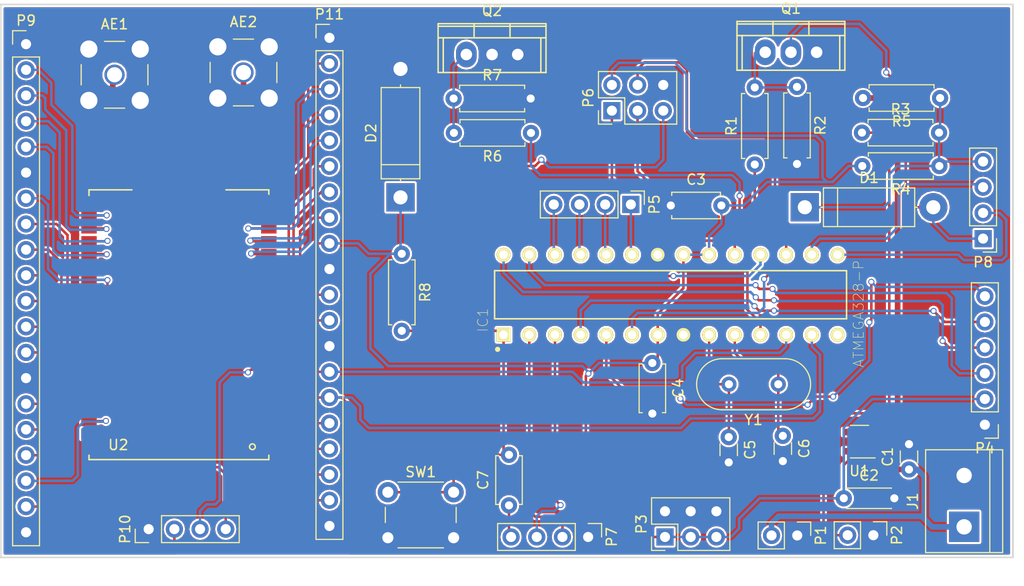
<source format=kicad_pcb>
(kicad_pcb (version 4) (host pcbnew 4.0.5)
  (layers (0 F.Cu signal) (31 B.Cu signal) (34 B.Paste user) (35 F.Paste user) (36 B.SilkS user) (37 F.SilkS user) (38 B.Mask user) (39 F.Mask user) (44 Edge.Cuts user))
  (net 0 "")
  (net 1 GND)
  (net 2 "Net-(AE1-Pad1)")
  (net 3 "Net-(AE2-Pad1)")
  (net 4 VIN)
  (net 5 "Net-(C5-Pad1)")
  (net 6 "Net-(C6-Pad1)")
  (net 7 "Net-(C7-Pad1)")
  (net 8 RESET)
  (net 9 SEN_VDD)
  (net 10 SEN_GND)
  (net 11 DEBUG_RX)
  (net 12 DEBUG_TX)
  (net 13 RTC_WAKEUP)
  (net 14 SENSOR_SW)
  (net 15 RTC_32K)
  (net 16 LORA_SW)
  (net 17 UART_RX)
  (net 18 UART_TX)
  (net 19 "Net-(IC1-Pad14)")
  (net 20 ECHO)
  (net 21 TRIGG)
  (net 22 MOSI)
  (net 23 MISO)
  (net 24 SCK)
  (net 25 "Net-(IC1-Pad23)")
  (net 26 "Net-(IC1-Pad24)")
  (net 27 "Net-(IC1-Pad25)")
  (net 28 "Net-(IC1-Pad26)")
  (net 29 RTC_SDA)
  (net 30 RTC_SCL)
  (net 31 BOOST_VDD)
  (net 32 "Net-(P9-Pad2)")
  (net 33 "Net-(P9-Pad3)")
  (net 34 "Net-(P9-Pad4)")
  (net 35 "Net-(P9-Pad5)")
  (net 36 "Net-(P9-Pad8)")
  (net 37 "Net-(P9-Pad9)")
  (net 38 "Net-(P9-Pad10)")
  (net 39 "Net-(P9-Pad11)")
  (net 40 "Net-(P9-Pad12)")
  (net 41 "Net-(P9-Pad13)")
  (net 42 "Net-(P9-Pad15)")
  (net 43 "Net-(P9-Pad16)")
  (net 44 "Net-(P9-Pad17)")
  (net 45 "Net-(P9-Pad18)")
  (net 46 "Net-(P9-Pad19)")
  (net 47 "Net-(P11-Pad2)")
  (net 48 "Net-(P11-Pad3)")
  (net 49 "Net-(P11-Pad4)")
  (net 50 "Net-(P11-Pad5)")
  (net 51 "Net-(P11-Pad6)")
  (net 52 "Net-(P11-Pad7)")
  (net 53 "Net-(P11-Pad8)")
  (net 54 "Net-(P11-Pad11)")
  (net 55 "Net-(P11-Pad12)")
  (net 56 "Net-(P11-Pad16)")
  (net 57 "Net-(P11-Pad17)")
  (net 58 "Net-(P11-Pad18)")
  (net 59 "Net-(P11-Pad19)")
  (net 60 "Net-(Q1-Pad1)")
  (net 61 "Net-(Q2-Pad1)")
  (net 62 "Net-(U1-Pad4)")
  (net 63 VDD_L)
  (module Connectors:SMA_THT_Jack_Straight (layer F.Cu) (at 77.175 92.425)
    (fp_text reference AE1 (at 0 -5) (layer F.SilkS))
    (fp_text value "433 MHz")
    (pad 2 thru_hole circle (at -2.54 2.54) (size 2.2 2.2) (drill 1.7) (layers *.Cu *.Mask) (net 1 GND))
    (pad 2 thru_hole circle (at -2.54 -2.54) (size 2.2 2.2) (drill 1.7) (layers *.Cu *.Mask) (net 1 GND))
    (pad 2 thru_hole circle (at 2.54 -2.54) (size 2.2 2.2) (drill 1.7) (layers *.Cu *.Mask) (net 1 GND))
    (pad 2 thru_hole circle (at 2.54 2.54) (size 2.2 2.2) (drill 1.7) (layers *.Cu *.Mask) (net 1 GND))
    (pad 1 thru_hole circle (at 0 0) (size 2 2) (drill 1.5) (layers *.Cu *.Mask) (net 2 "Net-(AE1-Pad1)"))
  )
  (module Connectors:SMA_THT_Jack_Straight (layer F.Cu) (at 89.925 92.2)
    (fp_text reference AE2 (at 0 -5) (layer F.SilkS))
    (fp_text value "868 MHz")
    (pad 2 thru_hole circle (at -2.54 2.54) (size 2.2 2.2) (drill 1.7) (layers *.Cu *.Mask) (net 1 GND))
    (pad 2 thru_hole circle (at -2.54 -2.54) (size 2.2 2.2) (drill 1.7) (layers *.Cu *.Mask) (net 1 GND))
    (pad 2 thru_hole circle (at 2.54 -2.54) (size 2.2 2.2) (drill 1.7) (layers *.Cu *.Mask) (net 1 GND))
    (pad 2 thru_hole circle (at 2.54 2.54) (size 2.2 2.2) (drill 1.7) (layers *.Cu *.Mask) (net 1 GND))
    (pad 1 thru_hole circle (at 0 0) (size 2 2) (drill 1.5) (layers *.Cu *.Mask) (net 3 "Net-(AE2-Pad1)"))
  )
  (module Capacitors_THT:C_Disc_D3.0mm_W1.6mm_P2.50mm (layer F.Cu) (at 155.725 131.45 90)
    (fp_text reference C1 (at 1.25 -2.11 90) (layer F.SilkS))
    (fp_text value 0.1uF)
    (pad 1 thru_hole circle (at 0 0 90) (size 1.6 1.6) (drill 0.8) (layers *.Cu *.Mask) (net 4 VIN))
    (pad 2 thru_hole circle (at 2.5 0 90) (size 1.6 1.6) (drill 0.8) (layers *.Cu *.Mask) (net 1 GND))
  )
  (module Capacitors_THT:C_Disc_D4.3mm_W1.9mm_P5.00mm (layer F.Cu) (at 149.275 134.3)
    (fp_text reference C2 (at 2.5 -2.26) (layer F.SilkS))
    (fp_text value 1uF)
    (pad 1 thru_hole circle (at 0 0) (size 1.6 1.6) (drill 0.8) (layers *.Cu *.Mask) (net 63 VDD_L))
    (pad 2 thru_hole circle (at 5 0) (size 1.6 1.6) (drill 0.8) (layers *.Cu *.Mask) (net 1 GND))
  )
  (module Capacitors_THT:C_Disc_D4.7mm_W2.5mm_P5.00mm (layer F.Cu) (at 132.175 105.35)
    (fp_text reference C3 (at 2.5 -2.56) (layer F.SilkS))
    (fp_text value 100nF)
    (pad 1 thru_hole circle (at 0 0) (size 1.6 1.6) (drill 0.8) (layers *.Cu *.Mask) (net 1 GND))
    (pad 2 thru_hole circle (at 5 0) (size 1.6 1.6) (drill 0.8) (layers *.Cu *.Mask) (net 63 VDD_L))
  )
  (module Capacitors_THT:C_Disc_D4.7mm_W2.5mm_P5.00mm (layer F.Cu) (at 130.35 120.925 270)
    (fp_text reference C4 (at 2.5 -2.56 270) (layer F.SilkS))
    (fp_text value 100nF)
    (pad 1 thru_hole circle (at 0 0 270) (size 1.6 1.6) (drill 0.8) (layers *.Cu *.Mask) (net 63 VDD_L))
    (pad 2 thru_hole circle (at 5 0 270) (size 1.6 1.6) (drill 0.8) (layers *.Cu *.Mask) (net 1 GND))
  )
  (module Capacitors_THT:C_Disc_D3.0mm_W1.6mm_P2.50mm (layer F.Cu) (at 137.9 128.25 270)
    (fp_text reference C5 (at 1.25 -2.11 270) (layer F.SilkS))
    (fp_text value 22pF)
    (pad 1 thru_hole circle (at 0 0 270) (size 1.6 1.6) (drill 0.8) (layers *.Cu *.Mask) (net 5 "Net-(C5-Pad1)"))
    (pad 2 thru_hole circle (at 2.5 0 270) (size 1.6 1.6) (drill 0.8) (layers *.Cu *.Mask) (net 1 GND))
  )
  (module Capacitors_THT:C_Disc_D3.0mm_W1.6mm_P2.50mm (layer F.Cu) (at 143.25 128.125 270)
    (fp_text reference C6 (at 1.25 -2.11 270) (layer F.SilkS))
    (fp_text value 22pF)
    (pad 1 thru_hole circle (at 0 0 270) (size 1.6 1.6) (drill 0.8) (layers *.Cu *.Mask) (net 6 "Net-(C6-Pad1)"))
    (pad 2 thru_hole circle (at 2.5 0 270) (size 1.6 1.6) (drill 0.8) (layers *.Cu *.Mask) (net 1 GND))
  )
  (module Capacitors_THT:C_Disc_D4.7mm_W2.5mm_P5.00mm (layer F.Cu) (at 116.175 135 90)
    (fp_text reference C7 (at 2.5 -2.56 90) (layer F.SilkS))
    (fp_text value 100nF)
    (pad 1 thru_hole circle (at 0 0 90) (size 1.6 1.6) (drill 0.8) (layers *.Cu *.Mask) (net 7 "Net-(C7-Pad1)"))
    (pad 2 thru_hole circle (at 5 0 90) (size 1.6 1.6) (drill 0.8) (layers *.Cu *.Mask) (net 8 RESET))
  )
  (module Diodes_THT:D_5W_P12.70mm_Horizontal (layer F.Cu) (at 145.425 105.525)
    (fp_text reference D1 (at 6.35 -2.91) (layer F.SilkS))
    (fp_text value 1N4148)
    (pad 1 thru_hole rect (at 0 0) (size 2.8 2.8) (drill 1.4) (layers *.Cu *.Mask) (net 9 SEN_VDD))
    (pad 2 thru_hole oval (at 12.7 0) (size 2.8 2.8) (drill 1.4) (layers *.Cu *.Mask) (net 10 SEN_GND))
  )
  (module Diodes_THT:D_5W_P12.70mm_Horizontal (layer F.Cu) (at 105.45 104.55 90)
    (fp_text reference D2 (at 6.35 -2.91 90) (layer F.SilkS))
    (fp_text value 1N4148)
    (pad 1 thru_hole rect (at 0 0 90) (size 2.8 2.8) (drill 1.4) (layers *.Cu *.Mask) (net 63 VDD_L))
    (pad 2 thru_hole oval (at 12.7 0 90) (size 2.8 2.8) (drill 1.4) (layers *.Cu *.Mask) (net 1 GND))
  )
  (module bin:atmega328p (layer F.Cu) (at 132.15 114.175 90)
    (fp_text reference IC1 (at -2.50474 -18.5568 90) (layer F.SilkS) (effects (font (size 1.0015 1.0015) (thickness 0.05))))
    (fp_text value ATMEGA328-P (at -1.8803 18.5924 90) (layer F.SilkS) (effects (font (size 1.00337 1.00337) (thickness 0.05))))
    (pad 1 thru_hole rect (at -3.96 -16.51 90) (size 1.358 1.358) (drill 0.85) (layers *.Cu *.Mask F.SilkS) (net 8 RESET))
    (pad 2 thru_hole circle (at -3.96 -13.97 90) (size 1.358 1.358) (drill 0.85) (layers *.Cu *.Mask F.SilkS) (net 11 DEBUG_RX))
    (pad 7 thru_hole circle (at -3.96 -1.27 90) (size 1.358 1.358) (drill 0.85) (layers *.Cu *.Mask F.SilkS) (net 63 VDD_L))
    (pad 8 thru_hole circle (at -3.96 1.27 90) (size 1.358 1.358) (drill 0.85) (layers *.Cu *.Mask F.SilkS) (net 1 GND))
    (pad 3 thru_hole circle (at -3.96 -11.43 90) (size 1.358 1.358) (drill 0.85) (layers *.Cu *.Mask F.SilkS) (net 12 DEBUG_TX))
    (pad 4 thru_hole circle (at -3.96 -8.89 90) (size 1.358 1.358) (drill 0.85) (layers *.Cu *.Mask F.SilkS) (net 13 RTC_WAKEUP))
    (pad 6 thru_hole circle (at -3.96 -3.81 90) (size 1.358 1.358) (drill 0.85) (layers *.Cu *.Mask F.SilkS) (net 14 SENSOR_SW))
    (pad 5 thru_hole circle (at -3.96 -6.35 90) (size 1.358 1.358) (drill 0.85) (layers *.Cu *.Mask F.SilkS) (net 15 RTC_32K))
    (pad 9 thru_hole circle (at -3.96 3.81 90) (size 1.358 1.358) (drill 0.85) (layers *.Cu *.Mask F.SilkS) (net 5 "Net-(C5-Pad1)"))
    (pad 10 thru_hole circle (at -3.96 6.35 90) (size 1.358 1.358) (drill 0.85) (layers *.Cu *.Mask F.SilkS) (net 6 "Net-(C6-Pad1)"))
    (pad 11 thru_hole circle (at -3.96 8.89 90) (size 1.358 1.358) (drill 0.85) (layers *.Cu *.Mask F.SilkS) (net 16 LORA_SW))
    (pad 12 thru_hole circle (at -3.96 11.43 90) (size 1.358 1.358) (drill 0.85) (layers *.Cu *.Mask F.SilkS) (net 17 UART_RX))
    (pad 13 thru_hole circle (at -3.96 13.97 90) (size 1.358 1.358) (drill 0.85) (layers *.Cu *.Mask F.SilkS) (net 18 UART_TX))
    (pad 14 thru_hole circle (at -3.96 16.51 90) (size 1.358 1.358) (drill 0.85) (layers *.Cu *.Mask F.SilkS) (net 19 "Net-(IC1-Pad14)"))
    (pad 15 thru_hole circle (at 3.96 16.51 90) (size 1.358 1.358) (drill 0.85) (layers *.Cu *.Mask F.SilkS) (net 20 ECHO))
    (pad 16 thru_hole circle (at 3.96 13.97 90) (size 1.358 1.358) (drill 0.85) (layers *.Cu *.Mask F.SilkS) (net 21 TRIGG))
    (pad 17 thru_hole circle (at 3.96 11.43 90) (size 1.358 1.358) (drill 0.85) (layers *.Cu *.Mask F.SilkS) (net 22 MOSI))
    (pad 18 thru_hole circle (at 3.96 8.89 90) (size 1.358 1.358) (drill 0.85) (layers *.Cu *.Mask F.SilkS) (net 23 MISO))
    (pad 19 thru_hole circle (at 3.96 6.35 90) (size 1.358 1.358) (drill 0.85) (layers *.Cu *.Mask F.SilkS) (net 24 SCK))
    (pad 20 thru_hole circle (at 3.96 3.81 90) (size 1.358 1.358) (drill 0.85) (layers *.Cu *.Mask F.SilkS) (net 63 VDD_L))
    (pad 21 thru_hole circle (at 3.96 1.27 90) (size 1.358 1.358) (drill 0.85) (layers *.Cu *.Mask F.SilkS) (net 63 VDD_L))
    (pad 22 thru_hole circle (at 3.96 -1.27 90) (size 1.358 1.358) (drill 0.85) (layers *.Cu *.Mask F.SilkS) (net 1 GND))
    (pad 23 thru_hole circle (at 3.96 -3.81 90) (size 1.358 1.358) (drill 0.85) (layers *.Cu *.Mask F.SilkS) (net 25 "Net-(IC1-Pad23)"))
    (pad 24 thru_hole circle (at 3.96 -6.35 90) (size 1.358 1.358) (drill 0.85) (layers *.Cu *.Mask F.SilkS) (net 26 "Net-(IC1-Pad24)"))
    (pad 25 thru_hole circle (at 3.96 -8.89 90) (size 1.358 1.358) (drill 0.85) (layers *.Cu *.Mask F.SilkS) (net 27 "Net-(IC1-Pad25)"))
    (pad 26 thru_hole circle (at 3.96 -11.43 90) (size 1.358 1.358) (drill 0.85) (layers *.Cu *.Mask F.SilkS) (net 28 "Net-(IC1-Pad26)"))
    (pad 27 thru_hole circle (at 3.96 -13.97 90) (size 1.358 1.358) (drill 0.85) (layers *.Cu *.Mask F.SilkS) (net 29 RTC_SDA))
    (pad 28 thru_hole circle (at 3.96 -16.51 90) (size 1.358 1.358) (drill 0.85) (layers *.Cu *.Mask F.SilkS) (net 30 RTC_SCL))
  )
  (module Connectors_Terminal_Blocks:TerminalBlock_bornier-2_P5.08mm (layer F.Cu) (at 161.175 137.125 90)
    (fp_text reference J1 (at 2.54 -5.08 90) (layer F.SilkS))
    (fp_text value "Battery IN")
    (pad 1 thru_hole rect (at 0 0 90) (size 3 3) (drill 1.52) (layers *.Cu *.Mask) (net 4 VIN))
    (pad 2 thru_hole circle (at 5.08 0 90) (size 3 3) (drill 1.52) (layers *.Cu *.Mask) (net 1 GND))
  )
  (module Pin_Headers:Pin_Header_Straight_1x02_Pitch2.54mm (layer F.Cu) (at 144.675 137.975 270)
    (fp_text reference P1 (at 0 -2.33 270) (layer F.SilkS))
    (fp_text value "Boost Input")
    (pad 1 thru_hole rect (at 0 0 270) (size 1.7 1.7) (drill 1) (layers *.Cu *.Mask) (net 1 GND))
    (pad 2 thru_hole oval (at 0 2.54 270) (size 1.7 1.7) (drill 1) (layers *.Cu *.Mask) (net 4 VIN))
  )
  (module Pin_Headers:Pin_Header_Straight_1x02_Pitch2.54mm (layer F.Cu) (at 152.2 137.95 270)
    (fp_text reference P2 (at 0 -2.33 270) (layer F.SilkS))
    (fp_text value "Boost Output")
    (pad 1 thru_hole rect (at 0 0 270) (size 1.7 1.7) (drill 1) (layers *.Cu *.Mask) (net 1 GND))
    (pad 2 thru_hole oval (at 0 2.54 270) (size 1.7 1.7) (drill 1) (layers *.Cu *.Mask) (net 31 BOOST_VDD))
  )
  (module Pin_Headers:Pin_Header_Straight_2x03_Pitch2.54mm (layer F.Cu) (at 131.6 138.125 90)
    (fp_text reference P3 (at 1.27 -2.33 90) (layer F.SilkS))
    (fp_text value Power)
    (pad 1 thru_hole rect (at 0 0 90) (size 1.7 1.7) (drill 1) (layers *.Cu *.Mask) (net 63 VDD_L))
    (pad 2 thru_hole oval (at 2.54 0 90) (size 1.7 1.7) (drill 1) (layers *.Cu *.Mask) (net 1 GND))
    (pad 3 thru_hole oval (at 0 2.54 90) (size 1.7 1.7) (drill 1) (layers *.Cu *.Mask) (net 63 VDD_L))
    (pad 4 thru_hole oval (at 2.54 2.54 90) (size 1.7 1.7) (drill 1) (layers *.Cu *.Mask) (net 1 GND))
    (pad 5 thru_hole oval (at 0 5.08 90) (size 1.7 1.7) (drill 1) (layers *.Cu *.Mask) (net 63 VDD_L))
    (pad 6 thru_hole oval (at 2.54 5.08 90) (size 1.7 1.7) (drill 1) (layers *.Cu *.Mask) (net 1 GND))
  )
  (module Pin_Headers:Pin_Header_Straight_1x06_Pitch2.54mm (layer F.Cu) (at 163.225 127.025 180)
    (fp_text reference P4 (at 0 -2.33 180) (layer F.SilkS))
    (fp_text value RTC)
    (pad 1 thru_hole rect (at 0 0 180) (size 1.7 1.7) (drill 1) (layers *.Cu *.Mask) (net 1 GND))
    (pad 2 thru_hole oval (at 0 2.54 180) (size 1.7 1.7) (drill 1) (layers *.Cu *.Mask) (net 63 VDD_L))
    (pad 3 thru_hole oval (at 0 5.08 180) (size 1.7 1.7) (drill 1) (layers *.Cu *.Mask) (net 29 RTC_SDA))
    (pad 4 thru_hole oval (at 0 7.62 180) (size 1.7 1.7) (drill 1) (layers *.Cu *.Mask) (net 30 RTC_SCL))
    (pad 5 thru_hole oval (at 0 10.16 180) (size 1.7 1.7) (drill 1) (layers *.Cu *.Mask) (net 13 RTC_WAKEUP))
    (pad 6 thru_hole oval (at 0 12.7 180) (size 1.7 1.7) (drill 1) (layers *.Cu *.Mask) (net 15 RTC_32K))
  )
  (module Pin_Headers:Pin_Header_Straight_1x04_Pitch2.54mm (layer F.Cu) (at 128.225 105.25 270)
    (fp_text reference P5 (at 0 -2.33 270) (layer F.SilkS))
    (fp_text value GPIO_ADC)
    (pad 1 thru_hole rect (at 0 0 270) (size 1.7 1.7) (drill 1) (layers *.Cu *.Mask) (net 25 "Net-(IC1-Pad23)"))
    (pad 2 thru_hole oval (at 0 2.54 270) (size 1.7 1.7) (drill 1) (layers *.Cu *.Mask) (net 26 "Net-(IC1-Pad24)"))
    (pad 3 thru_hole oval (at 0 5.08 270) (size 1.7 1.7) (drill 1) (layers *.Cu *.Mask) (net 27 "Net-(IC1-Pad25)"))
    (pad 4 thru_hole oval (at 0 7.62 270) (size 1.7 1.7) (drill 1) (layers *.Cu *.Mask) (net 28 "Net-(IC1-Pad26)"))
  )
  (module Pin_Headers:Pin_Header_Straight_2x03_Pitch2.54mm (layer F.Cu) (at 126.35 95.975 90)
    (fp_text reference P6 (at 1.27 -2.33 90) (layer F.SilkS))
    (fp_text value ICSP)
    (pad 1 thru_hole rect (at 0 0 90) (size 1.7 1.7) (drill 1) (layers *.Cu *.Mask) (net 23 MISO))
    (pad 2 thru_hole oval (at 2.54 0 90) (size 1.7 1.7) (drill 1) (layers *.Cu *.Mask) (net 63 VDD_L))
    (pad 3 thru_hole oval (at 0 2.54 90) (size 1.7 1.7) (drill 1) (layers *.Cu *.Mask) (net 24 SCK))
    (pad 4 thru_hole oval (at 2.54 2.54 90) (size 1.7 1.7) (drill 1) (layers *.Cu *.Mask) (net 22 MOSI))
    (pad 5 thru_hole oval (at 0 5.08 90) (size 1.7 1.7) (drill 1) (layers *.Cu *.Mask) (net 8 RESET))
    (pad 6 thru_hole oval (at 2.54 5.08 90) (size 1.7 1.7) (drill 1) (layers *.Cu *.Mask) (net 1 GND))
  )
  (module Pin_Headers:Pin_Header_Straight_1x04_Pitch2.54mm (layer F.Cu) (at 124 138.125 270)
    (fp_text reference P7 (at 0 -2.33 270) (layer F.SilkS))
    (fp_text value DEBUG)
    (pad 1 thru_hole rect (at 0 0 270) (size 1.7 1.7) (drill 1) (layers *.Cu *.Mask) (net 1 GND))
    (pad 2 thru_hole oval (at 0 2.54 270) (size 1.7 1.7) (drill 1) (layers *.Cu *.Mask) (net 11 DEBUG_RX))
    (pad 3 thru_hole oval (at 0 5.08 270) (size 1.7 1.7) (drill 1) (layers *.Cu *.Mask) (net 12 DEBUG_TX))
    (pad 4 thru_hole oval (at 0 7.62 270) (size 1.7 1.7) (drill 1) (layers *.Cu *.Mask) (net 7 "Net-(C7-Pad1)"))
  )
  (module Pin_Headers:Pin_Header_Straight_1x04_Pitch2.54mm (layer F.Cu) (at 163.05 108.625 180)
    (fp_text reference P8 (at 0 -2.33 180) (layer F.SilkS))
    (fp_text value SENSOR)
    (pad 1 thru_hole rect (at 0 0 180) (size 1.7 1.7) (drill 1) (layers *.Cu *.Mask) (net 10 SEN_GND))
    (pad 2 thru_hole oval (at 0 2.54 180) (size 1.7 1.7) (drill 1) (layers *.Cu *.Mask) (net 20 ECHO))
    (pad 3 thru_hole oval (at 0 5.08 180) (size 1.7 1.7) (drill 1) (layers *.Cu *.Mask) (net 21 TRIGG))
    (pad 4 thru_hole oval (at 0 7.62 180) (size 1.7 1.7) (drill 1) (layers *.Cu *.Mask) (net 9 SEN_VDD))
  )
  (module Pin_Headers:Pin_Header_Straight_1x20_Pitch2.54mm (layer F.Cu) (at 68.425 89.4)
    (fp_text reference P9 (at 0 -2.33) (layer F.SilkS))
    (fp_text value PIN_1)
    (pad 1 thru_hole rect (at 0 0) (size 1.7 1.7) (drill 1) (layers *.Cu *.Mask) (net 1 GND))
    (pad 2 thru_hole oval (at 0 2.54) (size 1.7 1.7) (drill 1) (layers *.Cu *.Mask) (net 32 "Net-(P9-Pad2)"))
    (pad 3 thru_hole oval (at 0 5.08) (size 1.7 1.7) (drill 1) (layers *.Cu *.Mask) (net 33 "Net-(P9-Pad3)"))
    (pad 4 thru_hole oval (at 0 7.62) (size 1.7 1.7) (drill 1) (layers *.Cu *.Mask) (net 34 "Net-(P9-Pad4)"))
    (pad 5 thru_hole oval (at 0 10.16) (size 1.7 1.7) (drill 1) (layers *.Cu *.Mask) (net 35 "Net-(P9-Pad5)"))
    (pad 6 thru_hole oval (at 0 12.7) (size 1.7 1.7) (drill 1) (layers *.Cu *.Mask) (net 1 GND))
    (pad 7 thru_hole oval (at 0 15.24) (size 1.7 1.7) (drill 1) (layers *.Cu *.Mask) (net 63 VDD_L))
    (pad 8 thru_hole oval (at 0 17.78) (size 1.7 1.7) (drill 1) (layers *.Cu *.Mask) (net 36 "Net-(P9-Pad8)"))
    (pad 9 thru_hole oval (at 0 20.32) (size 1.7 1.7) (drill 1) (layers *.Cu *.Mask) (net 37 "Net-(P9-Pad9)"))
    (pad 10 thru_hole oval (at 0 22.86) (size 1.7 1.7) (drill 1) (layers *.Cu *.Mask) (net 38 "Net-(P9-Pad10)"))
    (pad 11 thru_hole oval (at 0 25.4) (size 1.7 1.7) (drill 1) (layers *.Cu *.Mask) (net 39 "Net-(P9-Pad11)"))
    (pad 12 thru_hole oval (at 0 27.94) (size 1.7 1.7) (drill 1) (layers *.Cu *.Mask) (net 40 "Net-(P9-Pad12)"))
    (pad 13 thru_hole oval (at 0 30.48) (size 1.7 1.7) (drill 1) (layers *.Cu *.Mask) (net 41 "Net-(P9-Pad13)"))
    (pad 14 thru_hole oval (at 0 33.02) (size 1.7 1.7) (drill 1) (layers *.Cu *.Mask) (net 1 GND))
    (pad 15 thru_hole oval (at 0 35.56) (size 1.7 1.7) (drill 1) (layers *.Cu *.Mask) (net 42 "Net-(P9-Pad15)"))
    (pad 16 thru_hole oval (at 0 38.1) (size 1.7 1.7) (drill 1) (layers *.Cu *.Mask) (net 43 "Net-(P9-Pad16)"))
    (pad 17 thru_hole oval (at 0 40.64) (size 1.7 1.7) (drill 1) (layers *.Cu *.Mask) (net 44 "Net-(P9-Pad17)"))
    (pad 18 thru_hole oval (at 0 43.18) (size 1.7 1.7) (drill 1) (layers *.Cu *.Mask) (net 45 "Net-(P9-Pad18)"))
    (pad 19 thru_hole oval (at 0 45.72) (size 1.7 1.7) (drill 1) (layers *.Cu *.Mask) (net 46 "Net-(P9-Pad19)"))
    (pad 20 thru_hole oval (at 0 48.26) (size 1.7 1.7) (drill 1) (layers *.Cu *.Mask) (net 1 GND))
  )
  (module Pin_Headers:Pin_Header_Straight_1x04_Pitch2.54mm (layer F.Cu) (at 80.55 137.35 90)
    (fp_text reference P10 (at 0 -2.33 90) (layer F.SilkS))
    (fp_text value LORA_PORT)
    (pad 1 thru_hole rect (at 0 0 90) (size 1.7 1.7) (drill 1) (layers *.Cu *.Mask) (net 1 GND))
    (pad 2 thru_hole oval (at 0 2.54 90) (size 1.7 1.7) (drill 1) (layers *.Cu *.Mask) (net 18 UART_TX))
    (pad 3 thru_hole oval (at 0 5.08 90) (size 1.7 1.7) (drill 1) (layers *.Cu *.Mask) (net 17 UART_RX))
    (pad 4 thru_hole oval (at 0 7.62 90) (size 1.7 1.7) (drill 1) (layers *.Cu *.Mask) (net 63 VDD_L))
  )
  (module Pin_Headers:Pin_Header_Straight_1x20_Pitch2.54mm (layer F.Cu) (at 98.425 88.775)
    (fp_text reference P11 (at 0 -2.33) (layer F.SilkS))
    (fp_text value PIN_2)
    (pad 1 thru_hole rect (at 0 0) (size 1.7 1.7) (drill 1) (layers *.Cu *.Mask) (net 1 GND))
    (pad 2 thru_hole oval (at 0 2.54) (size 1.7 1.7) (drill 1) (layers *.Cu *.Mask) (net 47 "Net-(P11-Pad2)"))
    (pad 3 thru_hole oval (at 0 5.08) (size 1.7 1.7) (drill 1) (layers *.Cu *.Mask) (net 48 "Net-(P11-Pad3)"))
    (pad 4 thru_hole oval (at 0 7.62) (size 1.7 1.7) (drill 1) (layers *.Cu *.Mask) (net 49 "Net-(P11-Pad4)"))
    (pad 5 thru_hole oval (at 0 10.16) (size 1.7 1.7) (drill 1) (layers *.Cu *.Mask) (net 50 "Net-(P11-Pad5)"))
    (pad 6 thru_hole oval (at 0 12.7) (size 1.7 1.7) (drill 1) (layers *.Cu *.Mask) (net 51 "Net-(P11-Pad6)"))
    (pad 7 thru_hole oval (at 0 15.24) (size 1.7 1.7) (drill 1) (layers *.Cu *.Mask) (net 52 "Net-(P11-Pad7)"))
    (pad 8 thru_hole oval (at 0 17.78) (size 1.7 1.7) (drill 1) (layers *.Cu *.Mask) (net 53 "Net-(P11-Pad8)"))
    (pad 9 thru_hole oval (at 0 20.32) (size 1.7 1.7) (drill 1) (layers *.Cu *.Mask) (net 63 VDD_L))
    (pad 10 thru_hole oval (at 0 22.86) (size 1.7 1.7) (drill 1) (layers *.Cu *.Mask) (net 1 GND))
    (pad 11 thru_hole oval (at 0 25.4) (size 1.7 1.7) (drill 1) (layers *.Cu *.Mask) (net 54 "Net-(P11-Pad11)"))
    (pad 12 thru_hole oval (at 0 27.94) (size 1.7 1.7) (drill 1) (layers *.Cu *.Mask) (net 55 "Net-(P11-Pad12)"))
    (pad 13 thru_hole oval (at 0 30.48) (size 1.7 1.7) (drill 1) (layers *.Cu *.Mask) (net 1 GND))
    (pad 14 thru_hole oval (at 0 33.02) (size 1.7 1.7) (drill 1) (layers *.Cu *.Mask) (net 17 UART_RX))
    (pad 15 thru_hole oval (at 0 35.56) (size 1.7 1.7) (drill 1) (layers *.Cu *.Mask) (net 18 UART_TX))
    (pad 16 thru_hole oval (at 0 38.1) (size 1.7 1.7) (drill 1) (layers *.Cu *.Mask) (net 56 "Net-(P11-Pad16)"))
    (pad 17 thru_hole oval (at 0 40.64) (size 1.7 1.7) (drill 1) (layers *.Cu *.Mask) (net 57 "Net-(P11-Pad17)"))
    (pad 18 thru_hole oval (at 0 43.18) (size 1.7 1.7) (drill 1) (layers *.Cu *.Mask) (net 58 "Net-(P11-Pad18)"))
    (pad 19 thru_hole oval (at 0 45.72) (size 1.7 1.7) (drill 1) (layers *.Cu *.Mask) (net 59 "Net-(P11-Pad19)"))
    (pad 20 thru_hole oval (at 0 48.26) (size 1.7 1.7) (drill 1) (layers *.Cu *.Mask) (net 1 GND))
  )
  (module Power_Integrations:TO-220 (layer F.Cu) (at 144.05 90.2)
    (fp_text reference Q1 (at 0 -4.318) (layer F.SilkS))
    (fp_text value IRF540N)
    (pad 2 thru_hole oval (at 0 0) (size 2.032 2.54) (drill 1.143) (layers *.Cu *.Mask) (net 10 SEN_GND))
    (pad 3 thru_hole oval (at 2.54 0) (size 2.032 2.54) (drill 1.143) (layers *.Cu *.Mask) (net 1 GND))
    (pad 1 thru_hole oval (at -2.54 0) (size 2.032 2.54) (drill 1.143) (layers *.Cu *.Mask) (net 60 "Net-(Q1-Pad1)"))
  )
  (module Power_Integrations:TO-220 (layer F.Cu) (at 114.5 90.425)
    (fp_text reference Q2 (at 0 -4.318) (layer F.SilkS))
    (fp_text value IRF540N)
    (pad 2 thru_hole oval (at 0 0) (size 2.032 2.54) (drill 1.143) (layers *.Cu *.Mask) (net 1 GND))
    (pad 3 thru_hole oval (at 2.54 0) (size 2.032 2.54) (drill 1.143) (layers *.Cu *.Mask) (net 1 GND))
    (pad 1 thru_hole oval (at -2.54 0) (size 2.032 2.54) (drill 1.143) (layers *.Cu *.Mask) (net 61 "Net-(Q2-Pad1)"))
  )
  (module Resistors_THT:R_Axial_DIN0207_L6.3mm_D2.5mm_P7.62mm_Horizontal (layer F.Cu) (at 140.475 101.3 90)
    (fp_text reference R1 (at 3.81 -2.31 90) (layer F.SilkS))
    (fp_text value 1K)
    (pad 1 thru_hole circle (at 0 0 90) (size 1.6 1.6) (drill 0.8) (layers *.Cu *.Mask) (net 14 SENSOR_SW))
    (pad 2 thru_hole oval (at 7.62 0 90) (size 1.6 1.6) (drill 0.8) (layers *.Cu *.Mask) (net 60 "Net-(Q1-Pad1)"))
  )
  (module Resistors_THT:R_Axial_DIN0207_L6.3mm_D2.5mm_P7.62mm_Horizontal (layer F.Cu) (at 144.65 93.625 270)
    (fp_text reference R2 (at 3.81 -2.31 270) (layer F.SilkS))
    (fp_text value 10K)
    (pad 1 thru_hole circle (at 0 0 270) (size 1.6 1.6) (drill 0.8) (layers *.Cu *.Mask) (net 60 "Net-(Q1-Pad1)"))
    (pad 2 thru_hole oval (at 7.62 0 270) (size 1.6 1.6) (drill 0.8) (layers *.Cu *.Mask) (net 1 GND))
  )
  (module Resistors_THT:R_Axial_DIN0207_L6.3mm_D2.5mm_P7.62mm_Horizontal (layer F.Cu) (at 151.075 98.15)
    (fp_text reference R3 (at 3.81 -2.31) (layer F.SilkS))
    (fp_text value 0)
    (pad 1 thru_hole circle (at 0 0) (size 1.6 1.6) (drill 0.8) (layers *.Cu *.Mask) (net 31 BOOST_VDD))
    (pad 2 thru_hole oval (at 7.62 0) (size 1.6 1.6) (drill 0.8) (layers *.Cu *.Mask) (net 9 SEN_VDD))
  )
  (module Resistors_THT:R_Axial_DIN0207_L6.3mm_D2.5mm_P7.62mm_Horizontal (layer F.Cu) (at 158.725 101.45 180)
    (fp_text reference R4 (at 3.81 -2.31 180) (layer F.SilkS))
    (fp_text value 0)
    (pad 1 thru_hole circle (at 0 0 180) (size 1.6 1.6) (drill 0.8) (layers *.Cu *.Mask) (net 9 SEN_VDD))
    (pad 2 thru_hole oval (at 7.62 0 180) (size 1.6 1.6) (drill 0.8) (layers *.Cu *.Mask) (net 63 VDD_L))
  )
  (module Resistors_THT:R_Axial_DIN0207_L6.3mm_D2.5mm_P7.62mm_Horizontal (layer F.Cu) (at 158.8 94.725 180)
    (fp_text reference R5 (at 3.81 -2.31 180) (layer F.SilkS))
    (fp_text value 0)
    (pad 1 thru_hole circle (at 0 0 180) (size 1.6 1.6) (drill 0.8) (layers *.Cu *.Mask) (net 9 SEN_VDD))
    (pad 2 thru_hole oval (at 7.62 0 180) (size 1.6 1.6) (drill 0.8) (layers *.Cu *.Mask) (net 4 VIN))
  )
  (module Resistors_THT:R_Axial_DIN0207_L6.3mm_D2.5mm_P7.62mm_Horizontal (layer F.Cu) (at 118.35 98.175 180)
    (fp_text reference R6 (at 3.81 -2.31 180) (layer F.SilkS))
    (fp_text value 1K)
    (pad 1 thru_hole circle (at 0 0 180) (size 1.6 1.6) (drill 0.8) (layers *.Cu *.Mask) (net 16 LORA_SW))
    (pad 2 thru_hole oval (at 7.62 0 180) (size 1.6 1.6) (drill 0.8) (layers *.Cu *.Mask) (net 61 "Net-(Q2-Pad1)"))
  )
  (module Resistors_THT:R_Axial_DIN0207_L6.3mm_D2.5mm_P7.62mm_Horizontal (layer F.Cu) (at 110.7 94.775)
    (fp_text reference R7 (at 3.81 -2.31) (layer F.SilkS))
    (fp_text value 10K)
    (pad 1 thru_hole circle (at 0 0) (size 1.6 1.6) (drill 0.8) (layers *.Cu *.Mask) (net 61 "Net-(Q2-Pad1)"))
    (pad 2 thru_hole oval (at 7.62 0) (size 1.6 1.6) (drill 0.8) (layers *.Cu *.Mask) (net 1 GND))
  )
  (module Resistors_THT:R_Axial_DIN0207_L6.3mm_D2.5mm_P7.62mm_Horizontal (layer F.Cu) (at 105.575 110.125 270)
    (fp_text reference R8 (at 3.81 -2.31 270) (layer F.SilkS))
    (fp_text value 10K)
    (pad 1 thru_hole circle (at 0 0 270) (size 1.6 1.6) (drill 0.8) (layers *.Cu *.Mask) (net 63 VDD_L))
    (pad 2 thru_hole oval (at 7.62 0 270) (size 1.6 1.6) (drill 0.8) (layers *.Cu *.Mask) (net 8 RESET))
  )
  (module Buttons_Switches_THT:SW_PUSH_6mm (layer F.Cu) (at 104.2 133.7)
    (fp_text reference SW1 (at 3.25 -2) (layer F.SilkS))
    (fp_text value SW_PUSH)
    (pad 2 thru_hole circle (at 0 4.5 90) (size 2 2) (drill 1.1) (layers *.Cu *.Mask) (net 1 GND))
    (pad 1 thru_hole circle (at 0 0 90) (size 2 2) (drill 1.1) (layers *.Cu *.Mask) (net 8 RESET))
    (pad 2 thru_hole circle (at 6.5 4.5 90) (size 2 2) (drill 1.1) (layers *.Cu *.Mask) (net 1 GND))
    (pad 1 thru_hole circle (at 6.5 0 90) (size 2 2) (drill 1.1) (layers *.Cu *.Mask) (net 8 RESET))
  )
  (module TO_SOT_Packages_SMD:SOT-23-5 (layer F.Cu) (at 150.825 128.7 180)
    (fp_text reference U1 (at 0 -2.9 180) (layer F.SilkS))
    (fp_text value TLV741P)
    (pad 1 smd rect (at -1.1 -0.95 180) (size 1.06 0.65) (layers F.Cu F.Paste F.Mask) (net 4 VIN))
    (pad 2 smd rect (at -1.1 0 180) (size 1.06 0.65) (layers F.Cu F.Paste F.Mask) (net 1 GND))
    (pad 3 smd rect (at -1.1 0.95 180) (size 1.06 0.65) (layers F.Cu F.Paste F.Mask) (net 4 VIN))
    (pad 4 smd rect (at 1.1 0.95 180) (size 1.06 0.65) (layers F.Cu F.Paste F.Mask) (net 62 "Net-(U1-Pad4)"))
    (pad 5 smd rect (at 1.1 -0.95 180) (size 1.06 0.65) (layers F.Cu F.Paste F.Mask) (net 63 VDD_L))
  )
  (module bin:RN2483 (layer F.Cu) (at 74.65 130.475)
    (fp_text reference U2 (at 2.8956 -1.4478) (layer F.SilkS))
    (fp_text value RN2483 hide)
    (pad 47 smd rect (at 0 -1.27) (size 1.524 1.016) (layers F.Cu F.Paste F.Mask) (net 1 GND))
    (pad 46 smd rect (at 0 -2.54) (size 1.524 1.016) (layers F.Cu F.Paste F.Mask) (net 46 "Net-(P9-Pad19)"))
    (pad 45 smd rect (at 0 -3.81) (size 1.524 1.016) (layers F.Cu F.Paste F.Mask) (net 45 "Net-(P9-Pad18)"))
    (pad 44 smd rect (at 0 -5.08) (size 1.524 1.016) (layers F.Cu F.Paste F.Mask) (net 44 "Net-(P9-Pad17)"))
    (pad 43 smd rect (at 0 -6.35) (size 1.524 1.016) (layers F.Cu F.Paste F.Mask) (net 43 "Net-(P9-Pad16)"))
    (pad 42 smd rect (at 0 -7.62) (size 1.524 1.016) (layers F.Cu F.Paste F.Mask) (net 42 "Net-(P9-Pad15)"))
    (pad 41 smd rect (at 0 -8.89) (size 1.524 1.016) (layers F.Cu F.Paste F.Mask) (net 1 GND))
    (pad 40 smd rect (at 0 -10.16) (size 1.524 1.016) (layers F.Cu F.Paste F.Mask) (net 41 "Net-(P9-Pad13)"))
    (pad 39 smd rect (at 0 -11.43) (size 1.524 1.016) (layers F.Cu F.Paste F.Mask) (net 40 "Net-(P9-Pad12)"))
    (pad 38 smd rect (at 0 -12.7) (size 1.524 1.016) (layers F.Cu F.Paste F.Mask) (net 39 "Net-(P9-Pad11)"))
    (pad 37 smd rect (at 0 -13.97) (size 1.524 1.016) (layers F.Cu F.Paste F.Mask) (net 38 "Net-(P9-Pad10)"))
    (pad 36 smd rect (at 0 -15.24) (size 1.524 1.016) (layers F.Cu F.Paste F.Mask) (net 37 "Net-(P9-Pad9)"))
    (pad 35 smd rect (at 0 -16.51) (size 1.524 1.016) (layers F.Cu F.Paste F.Mask) (net 36 "Net-(P9-Pad8)"))
    (pad 34 smd rect (at 0 -17.78) (size 1.524 1.016) (layers F.Cu F.Paste F.Mask) (net 63 VDD_L))
    (pad 33 smd rect (at 0 -19.05) (size 1.524 1.016) (layers F.Cu F.Paste F.Mask) (net 1 GND))
    (pad 32 smd rect (at 0 -20.32) (size 1.524 1.016) (layers F.Cu F.Paste F.Mask) (net 35 "Net-(P9-Pad5)"))
    (pad 31 smd rect (at 0 -21.59) (size 1.524 1.016) (layers F.Cu F.Paste F.Mask) (net 34 "Net-(P9-Pad4)"))
    (pad 30 smd rect (at 0 -22.86) (size 1.524 1.016) (layers F.Cu F.Paste F.Mask) (net 33 "Net-(P9-Pad3)"))
    (pad 29 smd rect (at 0 -24.13) (size 1.524 1.016) (layers F.Cu F.Paste F.Mask) (net 32 "Net-(P9-Pad2)"))
    (pad 28 smd rect (at 0 -25.4) (size 1.524 1.016) (layers F.Cu F.Paste F.Mask) (net 1 GND))
    (pad 20 smd rect (at 17.78 -25.4) (size 1.524 1.016) (layers F.Cu F.Paste F.Mask) (net 1 GND))
    (pad 27 smd rect (at 5.08 -26.67) (size 1.016 1.524) (layers F.Cu F.Paste F.Mask) (net 1 GND))
    (pad 26 smd rect (at 6.35 -26.67) (size 1.016 1.524) (layers F.Cu F.Paste F.Mask) (net 1 GND))
    (pad 25 smd rect (at 7.62 -26.67) (size 1.016 1.524) (layers F.Cu F.Paste F.Mask) (net 2 "Net-(AE1-Pad1)"))
    (pad 24 smd rect (at 8.89 -26.67) (size 1.016 1.524) (layers F.Cu F.Paste F.Mask) (net 1 GND))
    (pad 23 smd rect (at 10.16 -26.67) (size 1.016 1.524) (layers F.Cu F.Paste F.Mask) (net 3 "Net-(AE2-Pad1)"))
    (pad 22 smd rect (at 11.43 -26.67) (size 1.016 1.524) (layers F.Cu F.Paste F.Mask) (net 1 GND))
    (pad 21 smd rect (at 12.7 -26.67) (size 1.016 1.524) (layers F.Cu F.Paste F.Mask) (net 1 GND))
    (pad 19 smd rect (at 17.78 -24.13) (size 1.524 1.016) (layers F.Cu F.Paste F.Mask) (net 47 "Net-(P11-Pad2)"))
    (pad 18 smd rect (at 17.78 -22.86) (size 1.524 1.016) (layers F.Cu F.Paste F.Mask) (net 48 "Net-(P11-Pad3)"))
    (pad 17 smd rect (at 17.78 -21.59) (size 1.524 1.016) (layers F.Cu F.Paste F.Mask) (net 49 "Net-(P11-Pad4)"))
    (pad 16 smd rect (at 17.78 -20.32) (size 1.524 1.016) (layers F.Cu F.Paste F.Mask) (net 50 "Net-(P11-Pad5)"))
    (pad 15 smd rect (at 17.78 -19.05) (size 1.524 1.016) (layers F.Cu F.Paste F.Mask) (net 51 "Net-(P11-Pad6)"))
    (pad 14 smd rect (at 17.78 -17.78) (size 1.524 1.016) (layers F.Cu F.Paste F.Mask) (net 52 "Net-(P11-Pad7)"))
    (pad 13 smd rect (at 17.78 -16.51) (size 1.524 1.016) (layers F.Cu F.Paste F.Mask) (net 53 "Net-(P11-Pad8)"))
    (pad 12 smd rect (at 17.78 -15.24) (size 1.524 1.016) (layers F.Cu F.Paste F.Mask) (net 63 VDD_L))
    (pad 11 smd rect (at 17.78 -13.97) (size 1.524 1.016) (layers F.Cu F.Paste F.Mask) (net 1 GND))
    (pad 10 smd rect (at 17.78 -12.7) (size 1.524 1.016) (layers F.Cu F.Paste F.Mask) (net 54 "Net-(P11-Pad11)"))
    (pad 9 smd rect (at 17.78 -11.43) (size 1.524 1.016) (layers F.Cu F.Paste F.Mask) (net 55 "Net-(P11-Pad12)"))
    (pad 8 smd rect (at 17.78 -10.16) (size 1.524 1.016) (layers F.Cu F.Paste F.Mask) (net 1 GND))
    (pad 7 smd rect (at 17.78 -8.89) (size 1.524 1.016) (layers F.Cu F.Paste F.Mask) (net 17 UART_RX))
    (pad 6 smd rect (at 17.78 -7.62) (size 1.524 1.016) (layers F.Cu F.Paste F.Mask) (net 18 UART_TX))
    (pad 5 smd rect (at 17.78 -6.35) (size 1.524 1.016) (layers F.Cu F.Paste F.Mask) (net 56 "Net-(P11-Pad16)"))
    (pad 4 smd rect (at 17.78 -5.08) (size 1.524 1.016) (layers F.Cu F.Paste F.Mask) (net 57 "Net-(P11-Pad17)"))
    (pad 3 smd rect (at 17.78 -3.81) (size 1.524 1.016) (layers F.Cu F.Paste F.Mask) (net 58 "Net-(P11-Pad18)"))
    (pad 2 smd rect (at 17.78 -2.54) (size 1.524 1.016) (layers F.Cu F.Paste F.Mask) (net 59 "Net-(P11-Pad19)"))
    (pad 1 smd rect (at 17.78 -1.27) (size 1.524 1.016) (layers F.Cu F.Paste F.Mask) (net 1 GND))
  )
  (module Crystals:Crystal_HC49-U_Vertical (layer F.Cu) (at 142.8 123.025 180)
    (fp_text reference Y1 (at 2.44 -3.525 180) (layer F.SilkS))
    (fp_text value 16MHz)
    (pad 1 thru_hole circle (at 0 0 180) (size 1.5 1.5) (drill 0.8) (layers *.Cu *.Mask) (net 6 "Net-(C6-Pad1)"))
    (pad 2 thru_hole circle (at 4.88 0 180) (size 1.5 1.5) (drill 0.8) (layers *.Cu *.Mask) (net 5 "Net-(C5-Pad1)"))
  )
  (gr_line (start 166 85.475) (end 65.925 85.475) (angle 90) (layer Edge.Cuts) (width 0.15))
  (gr_line (start 166 140.15) (end 166 85.475) (angle 90) (layer Edge.Cuts) (width 0.15))
  (gr_line (start 65.925 140.15) (end 166 140.15) (angle 90) (layer Edge.Cuts) (width 0.15))
  (gr_line (start 65.925 85.475) (end 65.925 140.15) (angle 90) (layer Edge.Cuts) (width 0.15))
  (segment (start 132.175 105.35) (end 132.175 106.05) (width 0.25) (layer B.Cu) (net 1))
  (segment (start 132.175 106.05) (end 130.88 107.345) (width 0.25) (layer B.Cu) (net 1))
  (segment (start 130.88 107.345) (end 130.88 110.215) (width 0.25) (layer B.Cu) (net 1))
  (segment (start 68.425 122.42) (end 70.13 122.42) (width 0.25) (layer F.Cu) (net 1))
  (segment (start 70.965 121.585) (end 74.65 121.585) (width 0.25) (layer F.Cu) (net 1))
  (segment (start 70.13 122.42) (end 70.965 121.585) (width 0.25) (layer F.Cu) (net 1))
  (segment (start 77.95 99.325) (end 81.125 99.325) (width 0.56) (layer F.Cu) (net 2))
  (segment (start 77.95 99.325) (end 77 98.375) (width 0.56) (layer F.Cu) (net 2))
  (segment (start 77 98.375) (end 77 92.6) (width 0.56) (layer F.Cu) (net 2))
  (segment (start 82.27 100.48) (end 81.725 99.935) (width 0.56) (layer F.Cu) (net 2))
  (segment (start 82.27 103.805) (end 82.27 100.48) (width 0.56) (layer F.Cu) (net 2))
  (segment (start 81.125 99.325) (end 81.725 99.925) (width 0.56) (layer F.Cu) (net 2))
  (segment (start 81.725 99.925) (end 81.725 99.935) (width 0.56) (layer F.Cu) (net 2))
  (segment (start 77 92.6) (end 77.175 92.425) (width 0.25) (layer F.Cu) (net 2))
  (segment (start 84.81 103.805) (end 84.81 100.335) (width 0.56) (layer F.Cu) (net 3))
  (segment (start 84.81 100.335) (end 85.775 99.37) (width 0.56) (layer F.Cu) (net 3))
  (segment (start 85.775 99.37) (end 88.605 99.37) (width 0.56) (layer F.Cu) (net 3))
  (segment (start 88.605 99.37) (end 89.925 98.05) (width 0.56) (layer F.Cu) (net 3))
  (segment (start 89.925 98.05) (end 89.925 92.2) (width 0.56) (layer F.Cu) (net 3))
  (segment (start 155.225 136.075) (end 156.975 136.075) (width 0.56) (layer B.Cu) (net 4))
  (segment (start 142.135 136.765) (end 142.825 136.075) (width 0.56) (layer B.Cu) (net 4))
  (segment (start 142.825 136.075) (end 155.225 136.075) (width 0.56) (layer B.Cu) (net 4))
  (segment (start 142.135 137.975) (end 142.135 136.765) (width 0.56) (layer B.Cu) (net 4))
  (segment (start 156.975 136.075) (end 157.225 136.325) (width 0.56) (layer B.Cu) (net 4))
  (segment (start 151.18 94.725) (end 152.6 94.725) (width 0.56) (layer F.Cu) (net 4))
  (segment (start 153.775 97.325) (end 154.1 97.325) (width 0.56) (layer F.Cu) (net 4))
  (segment (start 153.575 128.05) (end 153.275 128.05) (width 0.56) (layer F.Cu) (net 4))
  (segment (start 154.6 127.025) (end 153.575 128.05) (width 0.56) (layer F.Cu) (net 4))
  (segment (start 154.6 97.825) (end 154.6 127.025) (width 0.56) (layer F.Cu) (net 4))
  (segment (start 154.1 97.325) (end 154.6 97.825) (width 0.56) (layer F.Cu) (net 4))
  (segment (start 152.6 94.725) (end 153.05 95.175) (width 0.56) (layer F.Cu) (net 4))
  (segment (start 153.05 95.175) (end 153.05 96.6) (width 0.56) (layer F.Cu) (net 4))
  (segment (start 153.05 96.6) (end 153.775 97.325) (width 0.56) (layer F.Cu) (net 4))
  (segment (start 151.18 94.725) (end 151.875 94.725) (width 0.25) (layer F.Cu) (net 4))
  (segment (start 151.925 127.75) (end 152.975 127.75) (width 0.56) (layer F.Cu) (net 4))
  (segment (start 152.975 127.75) (end 153.275 128.05) (width 0.56) (layer F.Cu) (net 4))
  (segment (start 153.05 129.65) (end 151.925 129.65) (width 0.56) (layer F.Cu) (net 4))
  (segment (start 153.275 128.05) (end 153.275 129.425) (width 0.56) (layer F.Cu) (net 4))
  (segment (start 153.275 129.425) (end 153.05 129.65) (width 0.56) (layer F.Cu) (net 4))
  (segment (start 151.925 129.65) (end 151.925 130.6) (width 0.56) (layer F.Cu) (net 4))
  (segment (start 151.925 130.6) (end 152.775 131.45) (width 0.56) (layer F.Cu) (net 4))
  (segment (start 152.775 131.45) (end 155.725 131.45) (width 0.56) (layer F.Cu) (net 4))
  (segment (start 155.725 131.45) (end 156.55 131.45) (width 0.56) (layer B.Cu) (net 4))
  (segment (start 156.55 131.45) (end 157.225 132.125) (width 0.56) (layer B.Cu) (net 4))
  (segment (start 157.225 132.125) (end 157.225 136.325) (width 0.56) (layer B.Cu) (net 4))
  (segment (start 158.025 137.125) (end 161.175 137.125) (width 0.56) (layer B.Cu) (net 4))
  (segment (start 157.225 136.325) (end 158.025 137.125) (width 0.56) (layer B.Cu) (net 4))
  (segment (start 137.92 123.025) (end 137.92 128.23) (width 0.25) (layer F.Cu) (net 5))
  (segment (start 137.92 128.23) (end 137.9 128.25) (width 0.25) (layer F.Cu) (net 5))
  (segment (start 135.96 118.135) (end 135.96 122.51) (width 0.25) (layer F.Cu) (net 5))
  (segment (start 136.475 123.025) (end 137.92 123.025) (width 0.25) (layer F.Cu) (net 5))
  (segment (start 135.96 122.51) (end 136.475 123.025) (width 0.25) (layer F.Cu) (net 5))
  (segment (start 138.5 122.775) (end 138.025 123.25) (width 0.25) (layer F.Cu) (net 5))
  (segment (start 142.8 123.025) (end 142.8 127.675) (width 0.25) (layer F.Cu) (net 6))
  (segment (start 142.8 127.675) (end 143.25 128.125) (width 0.25) (layer F.Cu) (net 6))
  (segment (start 138.5 118.135) (end 138.5 119.925) (width 0.25) (layer F.Cu) (net 6))
  (segment (start 142.8 121.875) (end 142.8 123.025) (width 0.25) (layer F.Cu) (net 6))
  (segment (start 141.9 120.975) (end 142.8 121.875) (width 0.25) (layer F.Cu) (net 6))
  (segment (start 139.55 120.975) (end 141.9 120.975) (width 0.25) (layer F.Cu) (net 6))
  (segment (start 138.5 119.925) (end 139.55 120.975) (width 0.25) (layer F.Cu) (net 6))
  (segment (start 116.175 135) (end 116.175 137.92) (width 0.25) (layer F.Cu) (net 7))
  (segment (start 116.175 137.92) (end 116.38 138.125) (width 0.25) (layer F.Cu) (net 7))
  (segment (start 113.65 115.75) (end 113.65 117.225) (width 0.25) (layer F.Cu) (net 8))
  (segment (start 113.65 117.225) (end 114.17 117.745) (width 0.25) (layer F.Cu) (net 8))
  (segment (start 131.43 95.975) (end 131.43 100.845) (width 0.25) (layer B.Cu) (net 8))
  (segment (start 113.65 102.1) (end 113.65 115.75) (width 0.25) (layer F.Cu) (net 8))
  (segment (start 114.3 101.45) (end 113.65 102.1) (width 0.25) (layer F.Cu) (net 8))
  (segment (start 118.75 101.45) (end 114.3 101.45) (width 0.25) (layer F.Cu) (net 8))
  (segment (start 119.375 100.825) (end 118.75 101.45) (width 0.25) (layer F.Cu) (net 8))
  (via (at 119.375 100.825) (size 0.6) (drill 0.4) (layers F.Cu B.Cu) (net 8))
  (segment (start 120.125 101.575) (end 119.375 100.825) (width 0.25) (layer B.Cu) (net 8))
  (segment (start 130.7 101.575) (end 120.125 101.575) (width 0.25) (layer B.Cu) (net 8))
  (segment (start 131.43 100.845) (end 130.7 101.575) (width 0.25) (layer B.Cu) (net 8))
  (segment (start 104.2 133.7) (end 110.7 133.7) (width 0.25) (layer F.Cu) (net 8))
  (segment (start 110.7 133.7) (end 110.7 132.3) (width 0.25) (layer F.Cu) (net 8))
  (segment (start 113 130) (end 116.175 130) (width 0.25) (layer F.Cu) (net 8))
  (segment (start 110.7 132.3) (end 113 130) (width 0.25) (layer F.Cu) (net 8))
  (segment (start 115.64 118.135) (end 115.64 129.465) (width 0.25) (layer F.Cu) (net 8))
  (segment (start 115.64 129.465) (end 116.175 130) (width 0.25) (layer F.Cu) (net 8))
  (segment (start 105.575 117.745) (end 114.17 117.745) (width 0.25) (layer F.Cu) (net 8))
  (segment (start 114.17 117.745) (end 114.745 117.745) (width 0.25) (layer F.Cu) (net 8))
  (segment (start 114.745 117.745) (end 115.25 117.745) (width 0.25) (layer F.Cu) (net 8))
  (segment (start 115.25 117.745) (end 115.64 118.135) (width 0.25) (layer F.Cu) (net 8))
  (segment (start 145.425 105.525) (end 153.225 105.525) (width 0.25) (layer B.Cu) (net 9))
  (segment (start 154.575 101.45) (end 158.725 101.45) (width 0.25) (layer B.Cu) (net 9))
  (segment (start 153.775 102.25) (end 154.575 101.45) (width 0.25) (layer B.Cu) (net 9))
  (segment (start 153.775 104.975) (end 153.775 102.25) (width 0.25) (layer B.Cu) (net 9))
  (segment (start 153.225 105.525) (end 153.775 104.975) (width 0.25) (layer B.Cu) (net 9))
  (segment (start 158.8 94.725) (end 158.8 98.045) (width 0.25) (layer B.Cu) (net 9))
  (segment (start 158.8 98.045) (end 158.695 98.15) (width 0.25) (layer B.Cu) (net 9))
  (segment (start 158.695 98.15) (end 158.695 101.42) (width 0.25) (layer B.Cu) (net 9))
  (segment (start 158.695 101.42) (end 158.725 101.45) (width 0.25) (layer B.Cu) (net 9))
  (segment (start 163.05 101.005) (end 159.17 101.005) (width 0.25) (layer B.Cu) (net 9))
  (segment (start 159.17 101.005) (end 158.725 101.45) (width 0.25) (layer B.Cu) (net 9))
  (segment (start 144.05 90.2) (end 144.05 88.55) (width 0.25) (layer B.Cu) (net 10))
  (segment (start 156.275 105.525) (end 158.125 105.525) (width 0.25) (layer F.Cu) (net 10))
  (segment (start 155.4 104.65) (end 156.275 105.525) (width 0.25) (layer F.Cu) (net 10))
  (segment (start 155.4 94.125) (end 155.4 104.65) (width 0.25) (layer F.Cu) (net 10))
  (segment (start 153.475 92.2) (end 155.4 94.125) (width 0.25) (layer F.Cu) (net 10))
  (via (at 153.475 92.2) (size 0.6) (drill 0.4) (layers F.Cu B.Cu) (net 10))
  (segment (start 153.475 90.05) (end 153.475 92.2) (width 0.25) (layer B.Cu) (net 10))
  (segment (start 150.825 87.4) (end 153.475 90.05) (width 0.25) (layer B.Cu) (net 10))
  (segment (start 145.2 87.4) (end 150.825 87.4) (width 0.25) (layer B.Cu) (net 10))
  (segment (start 144.05 88.55) (end 145.2 87.4) (width 0.25) (layer B.Cu) (net 10))
  (segment (start 158.125 105.525) (end 158.125 107.075) (width 0.25) (layer B.Cu) (net 10))
  (segment (start 159.675 108.625) (end 163.05 108.625) (width 0.25) (layer B.Cu) (net 10))
  (segment (start 158.125 107.075) (end 159.675 108.625) (width 0.25) (layer B.Cu) (net 10))
  (segment (start 118.18 126.45) (end 118.18 135.53) (width 0.25) (layer F.Cu) (net 11))
  (segment (start 120.625 136.125) (end 121.46 136.96) (width 0.25) (layer F.Cu) (net 11))
  (segment (start 118.775 136.125) (end 120.625 136.125) (width 0.25) (layer F.Cu) (net 11))
  (segment (start 118.18 135.53) (end 118.775 136.125) (width 0.25) (layer F.Cu) (net 11))
  (segment (start 118.18 118.135) (end 118.18 126.45) (width 0.25) (layer F.Cu) (net 11))
  (segment (start 121.46 136.96) (end 121.46 138.125) (width 0.25) (layer F.Cu) (net 11))
  (segment (start 120.72 133.25) (end 120.72 134.42) (width 0.25) (layer F.Cu) (net 12))
  (segment (start 118.92 136.08) (end 118.92 138.125) (width 0.25) (layer B.Cu) (net 12))
  (segment (start 119.45 135.55) (end 118.92 136.08) (width 0.25) (layer B.Cu) (net 12))
  (segment (start 120.7 135.55) (end 119.45 135.55) (width 0.25) (layer B.Cu) (net 12))
  (segment (start 121.275 134.975) (end 120.7 135.55) (width 0.25) (layer B.Cu) (net 12))
  (via (at 121.275 134.975) (size 0.6) (drill 0.4) (layers F.Cu B.Cu) (net 12))
  (segment (start 120.72 134.42) (end 121.275 134.975) (width 0.25) (layer F.Cu) (net 12))
  (segment (start 120.72 118.135) (end 120.72 133.25) (width 0.25) (layer F.Cu) (net 12))
  (segment (start 119.025 138.02) (end 118.92 138.125) (width 0.25) (layer F.Cu) (net 12))
  (segment (start 123.26 118.135) (end 123.26 115.715) (width 0.25) (layer B.Cu) (net 13))
  (segment (start 159.24 116.865) (end 163.225 116.865) (width 0.25) (layer F.Cu) (net 13))
  (segment (start 158.15 115.775) (end 159.24 116.865) (width 0.25) (layer F.Cu) (net 13))
  (via (at 158.15 115.775) (size 0.6) (drill 0.4) (layers F.Cu B.Cu) (net 13))
  (segment (start 142.4 115.775) (end 158.15 115.775) (width 0.25) (layer B.Cu) (net 13))
  (segment (start 142.375 115.75) (end 142.4 115.775) (width 0.25) (layer B.Cu) (net 13))
  (via (at 142.375 115.75) (size 0.6) (drill 0.4) (layers F.Cu B.Cu) (net 13))
  (segment (start 140.9 115.75) (end 142.375 115.75) (width 0.25) (layer F.Cu) (net 13))
  (segment (start 140.45 115.3) (end 140.9 115.75) (width 0.25) (layer F.Cu) (net 13))
  (via (at 140.45 115.3) (size 0.6) (drill 0.4) (layers F.Cu B.Cu) (net 13))
  (segment (start 139.9 114.75) (end 140.45 115.3) (width 0.25) (layer B.Cu) (net 13))
  (segment (start 124.225 114.75) (end 139.9 114.75) (width 0.25) (layer B.Cu) (net 13))
  (segment (start 123.26 115.715) (end 124.225 114.75) (width 0.25) (layer B.Cu) (net 13))
  (segment (start 141.4 112.625) (end 141.4 115.425) (width 0.25) (layer B.Cu) (net 14))
  (segment (start 128.9 115.975) (end 128.34 116.535) (width 0.25) (layer B.Cu) (net 14))
  (segment (start 140.85 115.975) (end 128.9 115.975) (width 0.25) (layer B.Cu) (net 14))
  (segment (start 141.4 115.425) (end 140.85 115.975) (width 0.25) (layer B.Cu) (net 14))
  (segment (start 140.475 101.3) (end 140.475 107.125) (width 0.25) (layer F.Cu) (net 14))
  (segment (start 128.34 116.535) (end 128.34 118.135) (width 0.25) (layer B.Cu) (net 14))
  (via (at 141.4 112.625) (size 0.6) (drill 0.4) (layers F.Cu B.Cu) (net 14))
  (segment (start 142.3 111.725) (end 141.4 112.625) (width 0.25) (layer F.Cu) (net 14))
  (segment (start 142.3 108.95) (end 142.3 111.725) (width 0.25) (layer F.Cu) (net 14))
  (segment (start 140.475 107.125) (end 142.3 108.95) (width 0.25) (layer F.Cu) (net 14))
  (segment (start 125.8 118.135) (end 125.8 121.875) (width 0.25) (layer F.Cu) (net 15))
  (segment (start 162.3 113.4) (end 163.225 114.325) (width 0.25) (layer B.Cu) (net 15))
  (segment (start 152.5 113.4) (end 162.3 113.4) (width 0.25) (layer B.Cu) (net 15))
  (segment (start 152 112.9) (end 152.5 113.4) (width 0.25) (layer B.Cu) (net 15))
  (via (at 152 112.9) (size 0.6) (drill 0.4) (layers F.Cu B.Cu) (net 15))
  (segment (start 152 116.7) (end 152 112.9) (width 0.25) (layer F.Cu) (net 15))
  (segment (start 151.8 116.9) (end 152 116.7) (width 0.25) (layer F.Cu) (net 15))
  (via (at 151.8 116.9) (size 0.6) (drill 0.4) (layers F.Cu B.Cu) (net 15))
  (segment (start 151.8 120.675) (end 151.8 116.9) (width 0.25) (layer B.Cu) (net 15))
  (segment (start 148.225 124.25) (end 151.8 120.675) (width 0.25) (layer B.Cu) (net 15))
  (via (at 148.225 124.25) (size 0.6) (drill 0.4) (layers F.Cu B.Cu) (net 15))
  (segment (start 146.5 124.25) (end 148.225 124.25) (width 0.25) (layer F.Cu) (net 15))
  (segment (start 145.7 125.05) (end 146.5 124.25) (width 0.25) (layer F.Cu) (net 15))
  (via (at 145.7 125.05) (size 0.6) (drill 0.4) (layers F.Cu B.Cu) (net 15))
  (segment (start 133.725 125.05) (end 145.7 125.05) (width 0.25) (layer B.Cu) (net 15))
  (segment (start 133.125 124.45) (end 133.725 125.05) (width 0.25) (layer B.Cu) (net 15))
  (via (at 133.125 124.45) (size 0.6) (drill 0.4) (layers F.Cu B.Cu) (net 15))
  (segment (start 132.175 123.5) (end 133.125 124.45) (width 0.25) (layer F.Cu) (net 15))
  (segment (start 127.425 123.5) (end 132.175 123.5) (width 0.25) (layer F.Cu) (net 15))
  (segment (start 125.8 121.875) (end 127.425 123.5) (width 0.25) (layer F.Cu) (net 15))
  (segment (start 138.975 104.4) (end 138.975 108.075) (width 0.25) (layer F.Cu) (net 16))
  (segment (start 139.75 108.85) (end 139.75 109.15) (width 0.25) (layer F.Cu) (net 16))
  (segment (start 138.975 108.075) (end 139.75 108.85) (width 0.25) (layer F.Cu) (net 16))
  (segment (start 136 102.35) (end 138.25 102.35) (width 0.25) (layer B.Cu) (net 16))
  (via (at 138.975 104.4) (size 0.6) (drill 0.4) (layers F.Cu B.Cu) (net 16))
  (segment (start 138.975 103.075) (end 138.975 104.4) (width 0.25) (layer B.Cu) (net 16))
  (segment (start 138.25 102.35) (end 138.975 103.075) (width 0.25) (layer B.Cu) (net 16))
  (segment (start 118.35 98.175) (end 118.35 101.425) (width 0.25) (layer B.Cu) (net 16))
  (segment (start 141.04 116.94) (end 141.04 118.135) (width 0.25) (layer F.Cu) (net 16))
  (segment (start 139.75 115.65) (end 141.04 116.94) (width 0.25) (layer F.Cu) (net 16))
  (segment (start 139.75 109.15) (end 139.75 115.65) (width 0.25) (layer F.Cu) (net 16))
  (segment (start 119.275 102.35) (end 136 102.35) (width 0.25) (layer B.Cu) (net 16))
  (segment (start 118.35 101.425) (end 119.275 102.35) (width 0.25) (layer B.Cu) (net 16))
  (segment (start 118.675 121.795) (end 122.47 121.795) (width 0.25) (layer B.Cu) (net 17))
  (segment (start 123.525 122.85) (end 124.675 122.85) (width 0.25) (layer B.Cu) (net 17))
  (segment (start 122.47 121.795) (end 123.525 122.85) (width 0.25) (layer B.Cu) (net 17))
  (segment (start 98.425 121.795) (end 118.675 121.795) (width 0.25) (layer B.Cu) (net 17))
  (segment (start 143.58 118.135) (end 143.58 119.295) (width 0.25) (layer B.Cu) (net 17))
  (segment (start 143.58 119.295) (end 142.95 119.925) (width 0.25) (layer B.Cu) (net 17))
  (segment (start 142.95 119.925) (end 134.6 119.925) (width 0.25) (layer B.Cu) (net 17))
  (segment (start 134.6 119.925) (end 133.3 121.225) (width 0.25) (layer B.Cu) (net 17))
  (segment (start 133.3 121.225) (end 133.3 122.425) (width 0.25) (layer B.Cu) (net 17))
  (segment (start 133.3 122.425) (end 132.875 122.85) (width 0.25) (layer B.Cu) (net 17))
  (segment (start 132.875 122.85) (end 124.675 122.85) (width 0.25) (layer B.Cu) (net 17))
  (segment (start 87.5625 134.4875) (end 87.5625 122.8625) (width 0.25) (layer B.Cu) (net 17))
  (segment (start 88.575 121.85) (end 90.375 121.85) (width 0.25) (layer B.Cu) (net 17))
  (segment (start 87.5625 122.8625) (end 88.575 121.85) (width 0.25) (layer B.Cu) (net 17))
  (segment (start 92.43 121.585) (end 90.64 121.585) (width 0.25) (layer F.Cu) (net 17))
  (segment (start 85.63 135.545) (end 85.63 137.35) (width 0.25) (layer B.Cu) (net 17))
  (segment (start 86.275 134.9) (end 85.63 135.545) (width 0.25) (layer B.Cu) (net 17))
  (segment (start 87.15 134.9) (end 86.275 134.9) (width 0.25) (layer B.Cu) (net 17))
  (segment (start 87.5625 134.4875) (end 87.15 134.9) (width 0.25) (layer B.Cu) (net 17))
  (via (at 90.375 121.85) (size 0.6) (drill 0.4) (layers F.Cu B.Cu) (net 17))
  (segment (start 90.64 121.585) (end 90.375 121.85) (width 0.25) (layer F.Cu) (net 17))
  (segment (start 98.425 121.795) (end 92.64 121.795) (width 0.25) (layer F.Cu) (net 17))
  (segment (start 92.64 121.795) (end 92.43 121.585) (width 0.25) (layer F.Cu) (net 17))
  (segment (start 146.12 118.135) (end 146.12 119.295) (width 0.25) (layer B.Cu) (net 18))
  (segment (start 100.61 124.335) (end 98.425 124.335) (width 0.25) (layer B.Cu) (net 18))
  (segment (start 101.475 125.2) (end 100.61 124.335) (width 0.25) (layer B.Cu) (net 18))
  (segment (start 101.475 126.525) (end 101.475 125.2) (width 0.25) (layer B.Cu) (net 18))
  (segment (start 102.3 127.35) (end 101.475 126.525) (width 0.25) (layer B.Cu) (net 18))
  (segment (start 133.175 127.35) (end 102.3 127.35) (width 0.25) (layer B.Cu) (net 18))
  (segment (start 134.125 126.4) (end 133.175 127.35) (width 0.25) (layer B.Cu) (net 18))
  (segment (start 146.275 126.4) (end 134.125 126.4) (width 0.25) (layer B.Cu) (net 18))
  (segment (start 146.925 125.75) (end 146.275 126.4) (width 0.25) (layer B.Cu) (net 18))
  (segment (start 146.925 120.1) (end 146.925 125.75) (width 0.25) (layer B.Cu) (net 18))
  (segment (start 146.12 119.295) (end 146.925 120.1) (width 0.25) (layer B.Cu) (net 18))
  (segment (start 98.425 124.335) (end 99.61 124.335) (width 0.25) (layer F.Cu) (net 18))
  (segment (start 83.09 138.99) (end 83.09 137.35) (width 0.25) (layer F.Cu) (net 18))
  (segment (start 83.725 139.625) (end 83.09 138.99) (width 0.25) (layer F.Cu) (net 18))
  (segment (start 99.875 139.625) (end 83.725 139.625) (width 0.25) (layer F.Cu) (net 18))
  (segment (start 100.625 138.875) (end 99.875 139.625) (width 0.25) (layer F.Cu) (net 18))
  (segment (start 100.625 125.35) (end 100.625 138.875) (width 0.25) (layer F.Cu) (net 18))
  (segment (start 99.61 124.335) (end 100.625 125.35) (width 0.25) (layer F.Cu) (net 18))
  (segment (start 92.43 122.855) (end 96.33 122.855) (width 0.25) (layer F.Cu) (net 18))
  (segment (start 96.8 124.075) (end 97.06 124.335) (width 0.25) (layer F.Cu) (net 18))
  (segment (start 96.8 123.325) (end 96.8 124.075) (width 0.25) (layer F.Cu) (net 18))
  (segment (start 96.33 122.855) (end 96.8 123.325) (width 0.25) (layer F.Cu) (net 18))
  (segment (start 97.06 124.335) (end 98.425 124.335) (width 0.25) (layer F.Cu) (net 18))
  (segment (start 148.66 110.215) (end 160.59 110.215) (width 0.25) (layer B.Cu) (net 20))
  (segment (start 164.685 106.085) (end 163.05 106.085) (width 0.25) (layer B.Cu) (net 20))
  (segment (start 165.35 106.75) (end 164.685 106.085) (width 0.25) (layer B.Cu) (net 20))
  (segment (start 165.35 110.325) (end 165.35 106.75) (width 0.25) (layer B.Cu) (net 20))
  (segment (start 164.925 110.75) (end 165.35 110.325) (width 0.25) (layer B.Cu) (net 20))
  (segment (start 161.125 110.75) (end 164.925 110.75) (width 0.25) (layer B.Cu) (net 20))
  (segment (start 160.59 110.215) (end 161.125 110.75) (width 0.25) (layer B.Cu) (net 20))
  (segment (start 146.12 110.215) (end 146.12 109.405) (width 0.25) (layer B.Cu) (net 21))
  (segment (start 155.375 103.25) (end 162.755 103.25) (width 0.25) (layer B.Cu) (net 21))
  (segment (start 154.675 103.95) (end 155.375 103.25) (width 0.25) (layer B.Cu) (net 21))
  (segment (start 154.675 107.45) (end 154.675 103.95) (width 0.25) (layer B.Cu) (net 21))
  (segment (start 153.5 108.625) (end 154.675 107.45) (width 0.25) (layer B.Cu) (net 21))
  (segment (start 146.9 108.625) (end 153.5 108.625) (width 0.25) (layer B.Cu) (net 21))
  (segment (start 146.12 109.405) (end 146.9 108.625) (width 0.25) (layer B.Cu) (net 21))
  (segment (start 162.755 103.25) (end 163.05 103.545) (width 0.25) (layer B.Cu) (net 21))
  (segment (start 143.58 110.215) (end 143.58 108.855) (width 0.25) (layer F.Cu) (net 22))
  (segment (start 128.89 91.885) (end 128.89 93.435) (width 0.25) (layer F.Cu) (net 22))
  (segment (start 129.575 91.2) (end 128.89 91.885) (width 0.25) (layer F.Cu) (net 22))
  (segment (start 133 91.2) (end 129.575 91.2) (width 0.25) (layer F.Cu) (net 22))
  (segment (start 133.775 91.975) (end 133 91.2) (width 0.25) (layer F.Cu) (net 22))
  (segment (start 133.775 98.1) (end 133.775 91.975) (width 0.25) (layer F.Cu) (net 22))
  (segment (start 134.75 99.075) (end 133.775 98.1) (width 0.25) (layer F.Cu) (net 22))
  (segment (start 141.4 99.075) (end 134.75 99.075) (width 0.25) (layer F.Cu) (net 22))
  (segment (start 142.475 100.15) (end 141.4 99.075) (width 0.25) (layer F.Cu) (net 22))
  (segment (start 142.475 107.75) (end 142.475 100.15) (width 0.25) (layer F.Cu) (net 22))
  (segment (start 143.58 108.855) (end 142.475 107.75) (width 0.25) (layer F.Cu) (net 22))
  (segment (start 129.6 111.375) (end 129.6 111.8) (width 0.25) (layer F.Cu) (net 23))
  (segment (start 129.6 111.8) (end 130.125 112.325) (width 0.25) (layer F.Cu) (net 23))
  (segment (start 141.04 110.215) (end 141.04 111.21) (width 0.25) (layer B.Cu) (net 23))
  (segment (start 141.04 111.21) (end 139.925 112.325) (width 0.25) (layer B.Cu) (net 23))
  (segment (start 139.925 112.325) (end 132.425 112.325) (width 0.25) (layer B.Cu) (net 23))
  (segment (start 126.35 95.975) (end 126.35 102.675) (width 0.25) (layer F.Cu) (net 23))
  (via (at 132.425 112.325) (size 0.6) (drill 0.4) (layers F.Cu B.Cu) (net 23))
  (segment (start 130.125 112.325) (end 132.425 112.325) (width 0.25) (layer F.Cu) (net 23))
  (segment (start 129.6 108.625) (end 129.6 111.375) (width 0.25) (layer F.Cu) (net 23))
  (segment (start 130.125 108.1) (end 129.6 108.625) (width 0.25) (layer F.Cu) (net 23))
  (segment (start 130.125 104.025) (end 130.125 108.1) (width 0.25) (layer F.Cu) (net 23))
  (segment (start 129.8 103.7) (end 130.125 104.025) (width 0.25) (layer F.Cu) (net 23))
  (segment (start 127.375 103.7) (end 129.8 103.7) (width 0.25) (layer F.Cu) (net 23))
  (segment (start 126.35 102.675) (end 127.375 103.7) (width 0.25) (layer F.Cu) (net 23))
  (segment (start 138.5 110.215) (end 138.5 109.3) (width 0.25) (layer F.Cu) (net 24))
  (segment (start 128.89 101.965) (end 128.89 95.975) (width 0.25) (layer F.Cu) (net 24))
  (segment (start 130.025 103.1) (end 128.89 101.965) (width 0.25) (layer F.Cu) (net 24))
  (segment (start 133.075 103.1) (end 130.025 103.1) (width 0.25) (layer F.Cu) (net 24))
  (segment (start 133.875 103.9) (end 133.075 103.1) (width 0.25) (layer F.Cu) (net 24))
  (segment (start 133.875 107.775) (end 133.875 103.9) (width 0.25) (layer F.Cu) (net 24))
  (segment (start 134.925 108.825) (end 133.875 107.775) (width 0.25) (layer F.Cu) (net 24))
  (segment (start 138.025 108.825) (end 134.925 108.825) (width 0.25) (layer F.Cu) (net 24))
  (segment (start 138.5 109.3) (end 138.025 108.825) (width 0.25) (layer F.Cu) (net 24))
  (segment (start 128.225 105.25) (end 128.225 110.1) (width 0.25) (layer B.Cu) (net 25))
  (segment (start 128.225 110.1) (end 128.34 110.215) (width 0.25) (layer B.Cu) (net 25))
  (segment (start 125.685 105.25) (end 125.685 110.1) (width 0.25) (layer B.Cu) (net 26))
  (segment (start 125.685 110.1) (end 125.8 110.215) (width 0.25) (layer B.Cu) (net 26))
  (segment (start 123.145 105.25) (end 123.145 110.1) (width 0.25) (layer B.Cu) (net 27))
  (segment (start 123.145 110.1) (end 123.26 110.215) (width 0.25) (layer B.Cu) (net 27))
  (segment (start 120.605 105.25) (end 120.605 110.1) (width 0.25) (layer B.Cu) (net 28))
  (segment (start 120.605 110.1) (end 120.72 110.215) (width 0.25) (layer B.Cu) (net 28))
  (segment (start 159 114) (end 159.425 114) (width 0.25) (layer B.Cu) (net 29))
  (segment (start 159.425 114) (end 159.95 114.525) (width 0.25) (layer B.Cu) (net 29))
  (segment (start 118.18 110.215) (end 118.18 111.705) (width 0.25) (layer B.Cu) (net 29))
  (segment (start 160.72 121.945) (end 163.225 121.945) (width 0.25) (layer B.Cu) (net 29))
  (segment (start 159.95 121.175) (end 160.72 121.945) (width 0.25) (layer B.Cu) (net 29))
  (segment (start 159.95 114.525) (end 159.95 121.175) (width 0.25) (layer B.Cu) (net 29))
  (segment (start 142.625 114) (end 159 114) (width 0.25) (layer B.Cu) (net 29))
  (segment (start 142.225 113.6) (end 142.625 114) (width 0.25) (layer B.Cu) (net 29))
  (via (at 142.225 113.6) (size 0.6) (drill 0.4) (layers F.Cu B.Cu) (net 29))
  (segment (start 140.925 113.6) (end 142.225 113.6) (width 0.25) (layer F.Cu) (net 29))
  (segment (start 140.55 113.225) (end 140.925 113.6) (width 0.25) (layer F.Cu) (net 29))
  (via (at 140.55 113.225) (size 0.6) (drill 0.4) (layers F.Cu B.Cu) (net 29))
  (segment (start 119.7 113.225) (end 140.55 113.225) (width 0.25) (layer B.Cu) (net 29))
  (segment (start 118.18 111.705) (end 119.7 113.225) (width 0.25) (layer B.Cu) (net 29))
  (segment (start 115.64 110.215) (end 115.64 111.99) (width 0.25) (layer B.Cu) (net 30))
  (segment (start 159.705 119.405) (end 163.225 119.405) (width 0.25) (layer F.Cu) (net 30))
  (segment (start 159.05 118.75) (end 159.705 119.405) (width 0.25) (layer F.Cu) (net 30))
  (via (at 159.05 118.75) (size 0.6) (drill 0.4) (layers F.Cu B.Cu) (net 30))
  (segment (start 159.05 115.2) (end 159.05 118.75) (width 0.25) (layer B.Cu) (net 30))
  (segment (start 158.65 114.8) (end 159.05 115.2) (width 0.25) (layer B.Cu) (net 30))
  (segment (start 142.45 114.8) (end 158.65 114.8) (width 0.25) (layer B.Cu) (net 30))
  (segment (start 142.375 114.725) (end 142.45 114.8) (width 0.25) (layer B.Cu) (net 30))
  (via (at 142.375 114.725) (size 0.6) (drill 0.4) (layers F.Cu B.Cu) (net 30))
  (segment (start 140.875 114.725) (end 142.375 114.725) (width 0.25) (layer F.Cu) (net 30))
  (segment (start 140.575 114.425) (end 140.875 114.725) (width 0.25) (layer F.Cu) (net 30))
  (via (at 140.575 114.425) (size 0.6) (drill 0.4) (layers F.Cu B.Cu) (net 30))
  (segment (start 140.05 113.9) (end 140.575 114.425) (width 0.25) (layer B.Cu) (net 30))
  (segment (start 117.55 113.9) (end 140.05 113.9) (width 0.25) (layer B.Cu) (net 30))
  (segment (start 115.64 111.99) (end 117.55 113.9) (width 0.25) (layer B.Cu) (net 30))
  (segment (start 147.275 135.4) (end 147.275 137.25) (width 0.25) (layer F.Cu) (net 31))
  (segment (start 147.975 137.95) (end 149.66 137.95) (width 0.25) (layer F.Cu) (net 31))
  (segment (start 147.275 137.25) (end 147.975 137.95) (width 0.25) (layer F.Cu) (net 31))
  (segment (start 149.66 137.95) (end 149.66 137.285) (width 0.25) (layer F.Cu) (net 31))
  (segment (start 147.275 135.4) (end 147.275 126.475) (width 0.25) (layer F.Cu) (net 31))
  (segment (start 147.275 126.475) (end 147.85 125.9) (width 0.25) (layer F.Cu) (net 31))
  (segment (start 147.85 125.9) (end 153.65 125.9) (width 0.25) (layer F.Cu) (net 31))
  (segment (start 153.65 125.9) (end 153.775 125.775) (width 0.25) (layer F.Cu) (net 31))
  (segment (start 153.775 125.775) (end 153.775 99.075) (width 0.25) (layer F.Cu) (net 31))
  (segment (start 153.775 99.075) (end 152.85 98.15) (width 0.25) (layer F.Cu) (net 31))
  (segment (start 152.85 98.15) (end 151.075 98.15) (width 0.25) (layer F.Cu) (net 31))
  (segment (start 68.425 91.94) (end 69.64 91.94) (width 0.25) (layer B.Cu) (net 32))
  (segment (start 76.38 106.345) (end 74.65 106.345) (width 0.25) (layer F.Cu) (net 32))
  (segment (start 76.4 106.325) (end 76.38 106.345) (width 0.25) (layer F.Cu) (net 32))
  (via (at 76.4 106.325) (size 0.6) (drill 0.4) (layers F.Cu B.Cu) (net 32))
  (segment (start 73.425 106.325) (end 76.4 106.325) (width 0.25) (layer B.Cu) (net 32))
  (segment (start 73 105.9) (end 73.425 106.325) (width 0.25) (layer B.Cu) (net 32))
  (segment (start 73 97.475) (end 73 105.9) (width 0.25) (layer B.Cu) (net 32))
  (segment (start 70.925 95.4) (end 73 97.475) (width 0.25) (layer B.Cu) (net 32))
  (segment (start 70.925 93.225) (end 70.925 95.4) (width 0.25) (layer B.Cu) (net 32))
  (segment (start 69.64 91.94) (end 70.925 93.225) (width 0.25) (layer B.Cu) (net 32))
  (segment (start 74.65 107.615) (end 76.315 107.615) (width 0.25) (layer F.Cu) (net 33))
  (segment (start 70.055 94.48) (end 68.425 94.48) (width 0.25) (layer B.Cu) (net 33))
  (segment (start 70.325 94.75) (end 70.055 94.48) (width 0.25) (layer B.Cu) (net 33))
  (segment (start 70.325 95.85) (end 70.325 94.75) (width 0.25) (layer B.Cu) (net 33))
  (segment (start 72.4 97.925) (end 70.325 95.85) (width 0.25) (layer B.Cu) (net 33))
  (segment (start 72.4 107.375) (end 72.4 97.925) (width 0.25) (layer B.Cu) (net 33))
  (segment (start 72.775 107.75) (end 72.4 107.375) (width 0.25) (layer B.Cu) (net 33))
  (segment (start 76.3 107.75) (end 72.775 107.75) (width 0.25) (layer B.Cu) (net 33))
  (segment (start 76.375 107.675) (end 76.3 107.75) (width 0.25) (layer B.Cu) (net 33))
  (via (at 76.375 107.675) (size 0.6) (drill 0.4) (layers F.Cu B.Cu) (net 33))
  (segment (start 76.315 107.615) (end 76.375 107.675) (width 0.25) (layer F.Cu) (net 33))
  (segment (start 74.65 108.885) (end 76.44 108.885) (width 0.25) (layer F.Cu) (net 34))
  (segment (start 70.645 97.02) (end 68.425 97.02) (width 0.25) (layer B.Cu) (net 34))
  (segment (start 71.75 98.125) (end 70.645 97.02) (width 0.25) (layer B.Cu) (net 34))
  (segment (start 71.75 108.45) (end 71.75 98.125) (width 0.25) (layer B.Cu) (net 34))
  (segment (start 72.2 108.9) (end 71.75 108.45) (width 0.25) (layer B.Cu) (net 34))
  (segment (start 76.425 108.9) (end 72.2 108.9) (width 0.25) (layer B.Cu) (net 34))
  (segment (start 76.475 108.85) (end 76.425 108.9) (width 0.25) (layer B.Cu) (net 34))
  (via (at 76.475 108.85) (size 0.6) (drill 0.4) (layers F.Cu B.Cu) (net 34))
  (segment (start 76.44 108.885) (end 76.475 108.85) (width 0.25) (layer F.Cu) (net 34))
  (segment (start 74.65 110.155) (end 76.38 110.155) (width 0.25) (layer F.Cu) (net 35))
  (segment (start 70.485 99.56) (end 68.425 99.56) (width 0.25) (layer B.Cu) (net 35))
  (segment (start 71.125 100.2) (end 70.485 99.56) (width 0.25) (layer B.Cu) (net 35))
  (segment (start 71.125 109.8) (end 71.125 100.2) (width 0.25) (layer B.Cu) (net 35))
  (segment (start 71.6 110.275) (end 71.125 109.8) (width 0.25) (layer B.Cu) (net 35))
  (segment (start 76.3 110.275) (end 71.6 110.275) (width 0.25) (layer B.Cu) (net 35))
  (segment (start 76.4 110.175) (end 76.3 110.275) (width 0.25) (layer B.Cu) (net 35))
  (via (at 76.4 110.175) (size 0.6) (drill 0.4) (layers F.Cu B.Cu) (net 35))
  (segment (start 76.38 110.155) (end 76.4 110.175) (width 0.25) (layer F.Cu) (net 35))
  (segment (start 68.425 107.18) (end 71.43 107.18) (width 0.25) (layer F.Cu) (net 36))
  (segment (start 72.99 113.965) (end 74.65 113.965) (width 0.25) (layer F.Cu) (net 36))
  (segment (start 72.525 113.5) (end 72.99 113.965) (width 0.25) (layer F.Cu) (net 36))
  (segment (start 72.525 108.275) (end 72.525 113.5) (width 0.25) (layer F.Cu) (net 36))
  (segment (start 71.43 107.18) (end 72.525 108.275) (width 0.25) (layer F.Cu) (net 36))
  (segment (start 74.65 115.235) (end 72.985 115.235) (width 0.25) (layer F.Cu) (net 37))
  (segment (start 70.645 109.72) (end 68.425 109.72) (width 0.25) (layer F.Cu) (net 37))
  (segment (start 71.925 111) (end 70.645 109.72) (width 0.25) (layer F.Cu) (net 37))
  (segment (start 71.925 114.175) (end 71.925 111) (width 0.25) (layer F.Cu) (net 37))
  (segment (start 72.985 115.235) (end 71.925 114.175) (width 0.25) (layer F.Cu) (net 37))
  (segment (start 68.425 112.26) (end 70.235 112.26) (width 0.25) (layer F.Cu) (net 38))
  (segment (start 72.405 116.505) (end 74.65 116.505) (width 0.25) (layer F.Cu) (net 38))
  (segment (start 71.375 115.475) (end 72.405 116.505) (width 0.25) (layer F.Cu) (net 38))
  (segment (start 71.375 113.4) (end 71.375 115.475) (width 0.25) (layer F.Cu) (net 38))
  (segment (start 70.235 112.26) (end 71.375 113.4) (width 0.25) (layer F.Cu) (net 38))
  (segment (start 74.65 117.775) (end 72.45 117.775) (width 0.25) (layer F.Cu) (net 39))
  (segment (start 70.175 114.8) (end 68.425 114.8) (width 0.25) (layer F.Cu) (net 39))
  (segment (start 70.725 115.35) (end 70.175 114.8) (width 0.25) (layer F.Cu) (net 39))
  (segment (start 70.725 116.05) (end 70.725 115.35) (width 0.25) (layer F.Cu) (net 39))
  (segment (start 72.45 117.775) (end 70.725 116.05) (width 0.25) (layer F.Cu) (net 39))
  (segment (start 68.425 117.34) (end 70.165 117.34) (width 0.25) (layer F.Cu) (net 40))
  (segment (start 71.87 119.045) (end 74.65 119.045) (width 0.25) (layer F.Cu) (net 40))
  (segment (start 70.165 117.34) (end 71.87 119.045) (width 0.25) (layer F.Cu) (net 40))
  (segment (start 74.65 120.315) (end 70.765 120.315) (width 0.25) (layer F.Cu) (net 41))
  (segment (start 70.33 119.88) (end 68.425 119.88) (width 0.25) (layer F.Cu) (net 41))
  (segment (start 70.765 120.315) (end 70.33 119.88) (width 0.25) (layer F.Cu) (net 41))
  (segment (start 74.65 122.855) (end 72.245 122.855) (width 0.25) (layer F.Cu) (net 42))
  (segment (start 71.09 124.96) (end 68.425 124.96) (width 0.25) (layer F.Cu) (net 42))
  (segment (start 71.425 124.625) (end 71.09 124.96) (width 0.25) (layer F.Cu) (net 42))
  (segment (start 71.425 123.675) (end 71.425 124.625) (width 0.25) (layer F.Cu) (net 42))
  (segment (start 72.245 122.855) (end 71.425 123.675) (width 0.25) (layer F.Cu) (net 42))
  (segment (start 68.425 127.5) (end 71.275 127.5) (width 0.25) (layer F.Cu) (net 43))
  (segment (start 72.65 124.125) (end 74.65 124.125) (width 0.25) (layer F.Cu) (net 43))
  (segment (start 72 124.775) (end 72.65 124.125) (width 0.25) (layer F.Cu) (net 43))
  (segment (start 72 126.775) (end 72 124.775) (width 0.25) (layer F.Cu) (net 43))
  (segment (start 71.275 127.5) (end 72 126.775) (width 0.25) (layer F.Cu) (net 43))
  (segment (start 74.65 125.395) (end 73.17 125.395) (width 0.25) (layer F.Cu) (net 44))
  (segment (start 72.285 130.04) (end 68.425 130.04) (width 0.25) (layer F.Cu) (net 44))
  (segment (start 72.675 129.65) (end 72.285 130.04) (width 0.25) (layer F.Cu) (net 44))
  (segment (start 72.675 125.89) (end 72.675 129.65) (width 0.25) (layer F.Cu) (net 44))
  (segment (start 73.17 125.395) (end 72.675 125.89) (width 0.25) (layer F.Cu) (net 44))
  (segment (start 74.65 126.665) (end 76.31 126.665) (width 0.25) (layer F.Cu) (net 45))
  (segment (start 73.02 132.58) (end 68.425 132.58) (width 0.25) (layer B.Cu) (net 45))
  (segment (start 73.55 132.05) (end 73.02 132.58) (width 0.25) (layer B.Cu) (net 45))
  (segment (start 73.55 127.3) (end 73.55 132.05) (width 0.25) (layer B.Cu) (net 45))
  (segment (start 74.125 126.725) (end 73.55 127.3) (width 0.25) (layer B.Cu) (net 45))
  (segment (start 76.25 126.725) (end 74.125 126.725) (width 0.25) (layer B.Cu) (net 45))
  (segment (start 76.325 126.65) (end 76.25 126.725) (width 0.25) (layer B.Cu) (net 45))
  (via (at 76.325 126.65) (size 0.6) (drill 0.4) (layers F.Cu B.Cu) (net 45))
  (segment (start 76.31 126.665) (end 76.325 126.65) (width 0.25) (layer F.Cu) (net 45))
  (segment (start 74.65 127.935) (end 76.31 127.935) (width 0.25) (layer F.Cu) (net 46))
  (segment (start 76.08 135.12) (end 68.425 135.12) (width 0.25) (layer F.Cu) (net 46))
  (segment (start 76.8 134.4) (end 76.08 135.12) (width 0.25) (layer F.Cu) (net 46))
  (segment (start 76.8 128.425) (end 76.8 134.4) (width 0.25) (layer F.Cu) (net 46))
  (segment (start 76.31 127.935) (end 76.8 128.425) (width 0.25) (layer F.Cu) (net 46))
  (segment (start 92.43 106.345) (end 93.255 106.345) (width 0.25) (layer F.Cu) (net 47))
  (segment (start 93.725 103.15) (end 94.55 102.325) (width 0.25) (layer F.Cu) (net 47))
  (segment (start 93.725 105.875) (end 93.725 103.15) (width 0.25) (layer F.Cu) (net 47))
  (segment (start 93.255 106.345) (end 93.725 105.875) (width 0.25) (layer F.Cu) (net 47))
  (segment (start 96.86 91.315) (end 98.425 91.315) (width 0.25) (layer F.Cu) (net 47))
  (segment (start 96.325 91.85) (end 96.86 91.315) (width 0.25) (layer F.Cu) (net 47))
  (segment (start 96.325 100.55) (end 96.325 91.85) (width 0.25) (layer F.Cu) (net 47))
  (segment (start 94.55 102.325) (end 96.325 100.55) (width 0.25) (layer F.Cu) (net 47))
  (segment (start 98.425 93.855) (end 96.745 93.855) (width 0.25) (layer B.Cu) (net 48))
  (segment (start 90.41 107.615) (end 92.43 107.615) (width 0.25) (layer F.Cu) (net 48))
  (segment (start 90.4 107.625) (end 90.41 107.615) (width 0.25) (layer F.Cu) (net 48))
  (via (at 90.4 107.625) (size 0.6) (drill 0.4) (layers F.Cu B.Cu) (net 48))
  (segment (start 94.775 107.625) (end 90.4 107.625) (width 0.25) (layer B.Cu) (net 48))
  (segment (start 95.35 107.05) (end 94.775 107.625) (width 0.25) (layer B.Cu) (net 48))
  (segment (start 95.35 95.25) (end 95.35 107.05) (width 0.25) (layer B.Cu) (net 48))
  (segment (start 96.745 93.855) (end 95.35 95.25) (width 0.25) (layer B.Cu) (net 48))
  (segment (start 92.43 108.885) (end 90.66 108.885) (width 0.25) (layer F.Cu) (net 49))
  (segment (start 97.205 96.395) (end 98.425 96.395) (width 0.25) (layer B.Cu) (net 49))
  (segment (start 95.925 97.675) (end 97.205 96.395) (width 0.25) (layer B.Cu) (net 49))
  (segment (start 95.925 108) (end 95.925 97.675) (width 0.25) (layer B.Cu) (net 49))
  (segment (start 95.325 108.6) (end 95.925 108) (width 0.25) (layer B.Cu) (net 49))
  (segment (start 90.825 108.6) (end 95.325 108.6) (width 0.25) (layer B.Cu) (net 49))
  (segment (start 90.6 108.825) (end 90.825 108.6) (width 0.25) (layer B.Cu) (net 49))
  (via (at 90.6 108.825) (size 0.6) (drill 0.4) (layers F.Cu B.Cu) (net 49))
  (segment (start 90.66 108.885) (end 90.6 108.825) (width 0.25) (layer F.Cu) (net 49))
  (segment (start 92.43 110.155) (end 90.73 110.155) (width 0.25) (layer F.Cu) (net 50))
  (segment (start 97.265 98.935) (end 98.425 98.935) (width 0.25) (layer B.Cu) (net 50))
  (segment (start 96.55 99.65) (end 97.265 98.935) (width 0.25) (layer B.Cu) (net 50))
  (segment (start 96.55 108.9) (end 96.55 99.65) (width 0.25) (layer B.Cu) (net 50))
  (segment (start 95.525 109.925) (end 96.55 108.9) (width 0.25) (layer B.Cu) (net 50))
  (segment (start 90.85 109.925) (end 95.525 109.925) (width 0.25) (layer B.Cu) (net 50))
  (segment (start 90.675 110.1) (end 90.85 109.925) (width 0.25) (layer B.Cu) (net 50))
  (via (at 90.675 110.1) (size 0.6) (drill 0.4) (layers F.Cu B.Cu) (net 50))
  (segment (start 90.73 110.155) (end 90.675 110.1) (width 0.25) (layer F.Cu) (net 50))
  (segment (start 93.95 111.425) (end 93.95 111.424998) (width 0.25) (layer F.Cu) (net 51))
  (segment (start 94.4 110.974998) (end 94.4 105.975) (width 0.25) (layer F.Cu) (net 51))
  (segment (start 93.95 111.424998) (end 94.4 110.974998) (width 0.25) (layer F.Cu) (net 51))
  (segment (start 97.175 101.475) (end 98.425 101.475) (width 0.25) (layer F.Cu) (net 51))
  (segment (start 96.875 101.775) (end 97.175 101.475) (width 0.25) (layer F.Cu) (net 51))
  (segment (start 96.875 103.5) (end 96.875 101.775) (width 0.25) (layer F.Cu) (net 51))
  (segment (start 94.4 105.975) (end 96.875 103.5) (width 0.25) (layer F.Cu) (net 51))
  (segment (start 92.43 111.425) (end 93.95 111.425) (width 0.25) (layer F.Cu) (net 51))
  (segment (start 98.425 104.015) (end 97.61 104.015) (width 0.25) (layer F.Cu) (net 52))
  (segment (start 97.61 104.015) (end 94.875 106.75) (width 0.25) (layer F.Cu) (net 52))
  (segment (start 94.875 106.75) (end 94.875 111.975) (width 0.25) (layer F.Cu) (net 52))
  (segment (start 94.875 111.975) (end 94.155 112.695) (width 0.25) (layer F.Cu) (net 52))
  (segment (start 94.155 112.695) (end 92.43 112.695) (width 0.25) (layer F.Cu) (net 52))
  (segment (start 92.43 113.965) (end 94.16 113.965) (width 0.25) (layer F.Cu) (net 53))
  (segment (start 96.87 106.555) (end 98.425 106.555) (width 0.25) (layer F.Cu) (net 53))
  (segment (start 95.525 107.9) (end 96.87 106.555) (width 0.25) (layer F.Cu) (net 53))
  (segment (start 95.525 112.6) (end 95.525 107.9) (width 0.25) (layer F.Cu) (net 53))
  (segment (start 94.16 113.965) (end 95.525 112.6) (width 0.25) (layer F.Cu) (net 53))
  (segment (start 92.43 117.775) (end 95.25 117.775) (width 0.25) (layer F.Cu) (net 54))
  (segment (start 96.85 114.175) (end 98.425 114.175) (width 0.25) (layer F.Cu) (net 54))
  (segment (start 96.1 114.925) (end 96.85 114.175) (width 0.25) (layer F.Cu) (net 54))
  (segment (start 96.1 116.925) (end 96.1 114.925) (width 0.25) (layer F.Cu) (net 54))
  (segment (start 95.25 117.775) (end 96.1 116.925) (width 0.25) (layer F.Cu) (net 54))
  (segment (start 92.43 119.045) (end 96.23 119.045) (width 0.25) (layer F.Cu) (net 55))
  (segment (start 96.625 117.3) (end 97.21 116.715) (width 0.25) (layer F.Cu) (net 55))
  (segment (start 96.625 118.65) (end 96.625 117.3) (width 0.25) (layer F.Cu) (net 55))
  (segment (start 96.23 119.045) (end 96.625 118.65) (width 0.25) (layer F.Cu) (net 55))
  (segment (start 97.21 116.715) (end 98.425 116.715) (width 0.25) (layer F.Cu) (net 55))
  (segment (start 92.43 124.125) (end 95.65 124.125) (width 0.25) (layer F.Cu) (net 56))
  (segment (start 96.55 126.45) (end 96.975 126.875) (width 0.25) (layer F.Cu) (net 56))
  (segment (start 96.55 125.025) (end 96.55 126.45) (width 0.25) (layer F.Cu) (net 56))
  (segment (start 95.65 124.125) (end 96.55 125.025) (width 0.25) (layer F.Cu) (net 56))
  (segment (start 98.425 126.875) (end 96.975 126.875) (width 0.25) (layer F.Cu) (net 56))
  (segment (start 92.43 125.395) (end 95.32 125.395) (width 0.25) (layer F.Cu) (net 57))
  (segment (start 95.95 128.95) (end 96.415 129.415) (width 0.25) (layer F.Cu) (net 57))
  (segment (start 95.95 126.025) (end 95.95 128.95) (width 0.25) (layer F.Cu) (net 57))
  (segment (start 95.32 125.395) (end 95.95 126.025) (width 0.25) (layer F.Cu) (net 57))
  (segment (start 96.415 129.415) (end 98.425 129.415) (width 0.25) (layer F.Cu) (net 57))
  (segment (start 92.43 126.665) (end 94.79 126.665) (width 0.25) (layer F.Cu) (net 58))
  (segment (start 95.3 131.2) (end 96.055 131.955) (width 0.25) (layer F.Cu) (net 58))
  (segment (start 95.3 127.175) (end 95.3 131.2) (width 0.25) (layer F.Cu) (net 58))
  (segment (start 94.79 126.665) (end 95.3 127.175) (width 0.25) (layer F.Cu) (net 58))
  (segment (start 98.425 131.955) (end 96.055 131.955) (width 0.25) (layer F.Cu) (net 58))
  (segment (start 92.43 127.935) (end 93.81 127.935) (width 0.25) (layer F.Cu) (net 59))
  (segment (start 94.75 133.75) (end 95.495 134.495) (width 0.25) (layer F.Cu) (net 59))
  (segment (start 94.75 128.875) (end 94.75 133.75) (width 0.25) (layer F.Cu) (net 59))
  (segment (start 93.81 127.935) (end 94.75 128.875) (width 0.25) (layer F.Cu) (net 59))
  (segment (start 95.495 134.495) (end 98.425 134.495) (width 0.25) (layer F.Cu) (net 59))
  (segment (start 140.475 93.68) (end 144.595 93.68) (width 0.25) (layer B.Cu) (net 60))
  (segment (start 144.595 93.68) (end 144.65 93.625) (width 0.25) (layer B.Cu) (net 60))
  (segment (start 141.51 90.2) (end 140.6 90.2) (width 0.25) (layer B.Cu) (net 60))
  (segment (start 140.6 90.2) (end 140.475 90.325) (width 0.25) (layer B.Cu) (net 60))
  (segment (start 140.475 90.325) (end 140.475 93.68) (width 0.25) (layer B.Cu) (net 60))
  (segment (start 110.7 94.775) (end 110.7 98.145) (width 0.25) (layer B.Cu) (net 61))
  (segment (start 110.7 98.145) (end 110.73 98.175) (width 0.25) (layer B.Cu) (net 61))
  (segment (start 111.96 90.425) (end 111.875 90.425) (width 0.25) (layer B.Cu) (net 61))
  (segment (start 111.875 90.425) (end 110.7 91.6) (width 0.25) (layer B.Cu) (net 61))
  (segment (start 110.7 91.6) (end 110.7 94.775) (width 0.25) (layer B.Cu) (net 61))
  (segment (start 124.025 121.975) (end 124.025 121.825) (width 0.25) (layer B.Cu) (net 63))
  (segment (start 104.45 110.125) (end 105.575 110.125) (width 0.25) (layer B.Cu) (net 63))
  (segment (start 102.475 112.1) (end 104.45 110.125) (width 0.25) (layer B.Cu) (net 63))
  (segment (start 102.475 119.475) (end 102.475 112.1) (width 0.25) (layer B.Cu) (net 63))
  (segment (start 104.225 121.225) (end 102.475 119.475) (width 0.25) (layer B.Cu) (net 63))
  (segment (start 123.425 121.225) (end 104.225 121.225) (width 0.25) (layer B.Cu) (net 63))
  (segment (start 124.025 121.825) (end 123.425 121.225) (width 0.25) (layer B.Cu) (net 63))
  (segment (start 130.35 120.925) (end 125.075 120.925) (width 0.25) (layer B.Cu) (net 63))
  (segment (start 129.9 138.125) (end 131.6 138.125) (width 0.25) (layer F.Cu) (net 63))
  (segment (start 129.325 137.55) (end 129.9 138.125) (width 0.25) (layer F.Cu) (net 63))
  (segment (start 129.325 135.425) (end 129.325 137.55) (width 0.25) (layer F.Cu) (net 63))
  (segment (start 128.4 134.5) (end 129.325 135.425) (width 0.25) (layer F.Cu) (net 63))
  (segment (start 124.35 134.5) (end 128.4 134.5) (width 0.25) (layer F.Cu) (net 63))
  (segment (start 123.775 133.925) (end 124.35 134.5) (width 0.25) (layer F.Cu) (net 63))
  (segment (start 123.775 122.225) (end 123.775 133.925) (width 0.25) (layer F.Cu) (net 63))
  (segment (start 124.025 121.975) (end 123.775 122.225) (width 0.25) (layer F.Cu) (net 63))
  (via (at 124.025 121.975) (size 0.6) (drill 0.4) (layers F.Cu B.Cu) (net 63))
  (segment (start 125.075 120.925) (end 124.025 121.975) (width 0.25) (layer B.Cu) (net 63))
  (segment (start 149.275 134.3) (end 140.95 134.3) (width 0.25) (layer B.Cu) (net 63))
  (segment (start 138.1 138.125) (end 136.68 138.125) (width 0.25) (layer B.Cu) (net 63))
  (segment (start 138.925 137.3) (end 138.1 138.125) (width 0.25) (layer B.Cu) (net 63))
  (segment (start 138.925 136.325) (end 138.925 137.3) (width 0.25) (layer B.Cu) (net 63))
  (segment (start 140.95 134.3) (end 138.925 136.325) (width 0.25) (layer B.Cu) (net 63))
  (segment (start 163.225 124.485) (end 152.09 124.485) (width 0.25) (layer B.Cu) (net 63))
  (segment (start 149.275 127.3) (end 149.275 134.3) (width 0.25) (layer B.Cu) (net 63))
  (segment (start 152.09 124.485) (end 149.275 127.3) (width 0.25) (layer B.Cu) (net 63))
  (segment (start 134.14 138.125) (end 136.68 138.125) (width 0.25) (layer B.Cu) (net 63))
  (segment (start 131.6 138.125) (end 134.14 138.125) (width 0.25) (layer B.Cu) (net 63))
  (segment (start 149.725 129.65) (end 149.725 130.575) (width 0.25) (layer F.Cu) (net 63))
  (segment (start 149.275 131.025) (end 149.275 134.3) (width 0.25) (layer F.Cu) (net 63))
  (segment (start 149.725 130.575) (end 149.275 131.025) (width 0.25) (layer F.Cu) (net 63))
  (segment (start 146.45 98.45) (end 146.525 98.45) (width 0.25) (layer B.Cu) (net 63))
  (segment (start 147.175 102.6) (end 147.6 103.025) (width 0.25) (layer B.Cu) (net 63))
  (segment (start 147.175 99.1) (end 147.175 102.6) (width 0.25) (layer B.Cu) (net 63))
  (segment (start 146.525 98.45) (end 147.175 99.1) (width 0.25) (layer B.Cu) (net 63))
  (segment (start 126.35 93.435) (end 126.35 91.925) (width 0.25) (layer B.Cu) (net 63))
  (segment (start 134.375 98.45) (end 146.45 98.45) (width 0.25) (layer B.Cu) (net 63))
  (segment (start 133.725 97.8) (end 134.375 98.45) (width 0.25) (layer B.Cu) (net 63))
  (segment (start 133.725 92.375) (end 133.725 97.8) (width 0.25) (layer B.Cu) (net 63))
  (segment (start 132.6 91.25) (end 133.725 92.375) (width 0.25) (layer B.Cu) (net 63))
  (segment (start 127.025 91.25) (end 132.6 91.25) (width 0.25) (layer B.Cu) (net 63))
  (segment (start 126.35 91.925) (end 127.025 91.25) (width 0.25) (layer B.Cu) (net 63))
  (segment (start 133.42 110.215) (end 133.42 113.53) (width 0.25) (layer F.Cu) (net 63))
  (segment (start 130.88 116.07) (end 130.88 118.135) (width 0.25) (layer F.Cu) (net 63))
  (segment (start 133.42 113.53) (end 130.88 116.07) (width 0.25) (layer F.Cu) (net 63))
  (segment (start 130.88 118.135) (end 130.88 120.395) (width 0.25) (layer F.Cu) (net 63))
  (segment (start 130.88 120.395) (end 130.35 120.925) (width 0.25) (layer F.Cu) (net 63))
  (segment (start 151.105 101.45) (end 149.75 101.45) (width 0.25) (layer B.Cu) (net 63))
  (segment (start 139.375 105.35) (end 137.175 105.35) (width 0.25) (layer B.Cu) (net 63))
  (segment (start 147.6 103.025) (end 141.7 103.025) (width 0.25) (layer B.Cu) (net 63))
  (segment (start 141.7 103.025) (end 139.375 105.35) (width 0.25) (layer B.Cu) (net 63))
  (segment (start 148.175 103.025) (end 147.6 103.025) (width 0.25) (layer B.Cu) (net 63))
  (segment (start 148.525 102.675) (end 148.175 103.025) (width 0.25) (layer B.Cu) (net 63))
  (segment (start 149.75 101.45) (end 149.55 101.65) (width 0.25) (layer B.Cu) (net 63))
  (segment (start 149.55 101.65) (end 148.525 102.675) (width 0.25) (layer B.Cu) (net 63))
  (segment (start 135.96 110.215) (end 133.42 110.215) (width 0.25) (layer B.Cu) (net 63))
  (segment (start 137.175 105.35) (end 137.175 107.15) (width 0.25) (layer B.Cu) (net 63))
  (segment (start 135.96 108.365) (end 135.96 110.215) (width 0.25) (layer B.Cu) (net 63))
  (segment (start 137.175 107.15) (end 135.96 108.365) (width 0.25) (layer B.Cu) (net 63))
  (segment (start 105.45 104.55) (end 105.45 110) (width 0.25) (layer B.Cu) (net 63))
  (segment (start 105.45 110) (end 105.575 110.125) (width 0.25) (layer B.Cu) (net 63))
  (segment (start 105.575 110.125) (end 102.3 110.125) (width 0.25) (layer B.Cu) (net 63))
  (segment (start 102.3 110.125) (end 101.27 109.095) (width 0.25) (layer B.Cu) (net 63))
  (segment (start 101.27 109.095) (end 98.425 109.095) (width 0.25) (layer B.Cu) (net 63))
  (segment (start 85.525 130.225) (end 85.525 130.425) (width 0.25) (layer F.Cu) (net 63))
  (segment (start 88.175 135.025) (end 88.17 135.025) (width 0.25) (layer F.Cu) (net 63))
  (segment (start 88.175 131.95) (end 88.175 135.025) (width 0.25) (layer F.Cu) (net 63))
  (segment (start 87.45 131.225) (end 88.175 131.95) (width 0.25) (layer F.Cu) (net 63))
  (segment (start 86.325 131.225) (end 87.45 131.225) (width 0.25) (layer F.Cu) (net 63))
  (segment (start 85.525 130.425) (end 86.325 131.225) (width 0.25) (layer F.Cu) (net 63))
  (segment (start 85.525 117.3) (end 85.525 115.8) (width 0.25) (layer F.Cu) (net 63))
  (segment (start 85.525 115.8) (end 86.09 115.235) (width 0.25) (layer F.Cu) (net 63))
  (segment (start 85.525 117.3) (end 85.525 130.225) (width 0.25) (layer F.Cu) (net 63))
  (segment (start 88.17 135.025) (end 88.17 137.35) (width 0.25) (layer F.Cu) (net 63))
  (segment (start 92.43 115.235) (end 86.09 115.235) (width 0.25) (layer F.Cu) (net 63))
  (segment (start 86.09 115.235) (end 85.525 115.235) (width 0.25) (layer F.Cu) (net 63))
  (segment (start 85.525 115.235) (end 77.71 115.235) (width 0.25) (layer F.Cu) (net 63))
  (segment (start 76.475 114) (end 76.475 112.725) (width 0.25) (layer F.Cu) (net 63))
  (segment (start 77.71 115.235) (end 76.475 114) (width 0.25) (layer F.Cu) (net 63))
  (segment (start 92.43 115.235) (end 94.29 115.235) (width 0.25) (layer F.Cu) (net 63))
  (segment (start 97.03 109.095) (end 98.425 109.095) (width 0.25) (layer F.Cu) (net 63))
  (segment (start 96.175 109.95) (end 97.03 109.095) (width 0.25) (layer F.Cu) (net 63))
  (segment (start 96.175 113.35) (end 96.175 109.95) (width 0.25) (layer F.Cu) (net 63))
  (segment (start 94.29 115.235) (end 96.175 113.35) (width 0.25) (layer F.Cu) (net 63))
  (segment (start 74.65 112.695) (end 76.445 112.695) (width 0.25) (layer F.Cu) (net 63))
  (segment (start 76.445 112.695) (end 76.475 112.725) (width 0.25) (layer F.Cu) (net 63))
  (segment (start 69.965 104.64) (end 68.425 104.64) (width 0.25) (layer B.Cu) (net 63))
  (via (at 76.475 112.725) (size 0.6) (drill 0.4) (layers F.Cu B.Cu) (net 63))
  (segment (start 76.475 112.725) (end 76.45 112.7) (width 0.25) (layer B.Cu) (net 63))
  (segment (start 76.45 112.7) (end 71.675 112.7) (width 0.25) (layer B.Cu) (net 63))
  (segment (start 71.675 112.7) (end 70.6 111.625) (width 0.25) (layer B.Cu) (net 63))
  (segment (start 70.6 111.625) (end 70.6 105.275) (width 0.25) (layer B.Cu) (net 63))
  (segment (start 70.6 105.275) (end 69.965 104.64) (width 0.25) (layer B.Cu) (net 63))
  (zone (net 1) (net_name GND) (layer F.Cu) (connect_pads yes (clearance 0.208)) (min_thickness 0.254) (fill yes (arc_segments 16) (thermal_gap 0.508) (thermal_bridge_width 0.508))
    (polygon (pts (xy 165.925 140.075) (xy 66 140.075) (xy 66 85.55) (xy 165.925 85.55)))
  )
  (zone (net 1) (net_name GND) (layer B.Cu) (connect_pads yes (clearance 0.208)) (min_thickness 0.254) (fill yes (arc_segments 16) (thermal_gap 0.508) (thermal_bridge_width 0.508))
    (polygon (pts (xy 165.925 140.075) (xy 66 140.075) (xy 66 85.55) (xy 165.925 85.55)))
  )
)
</source>
